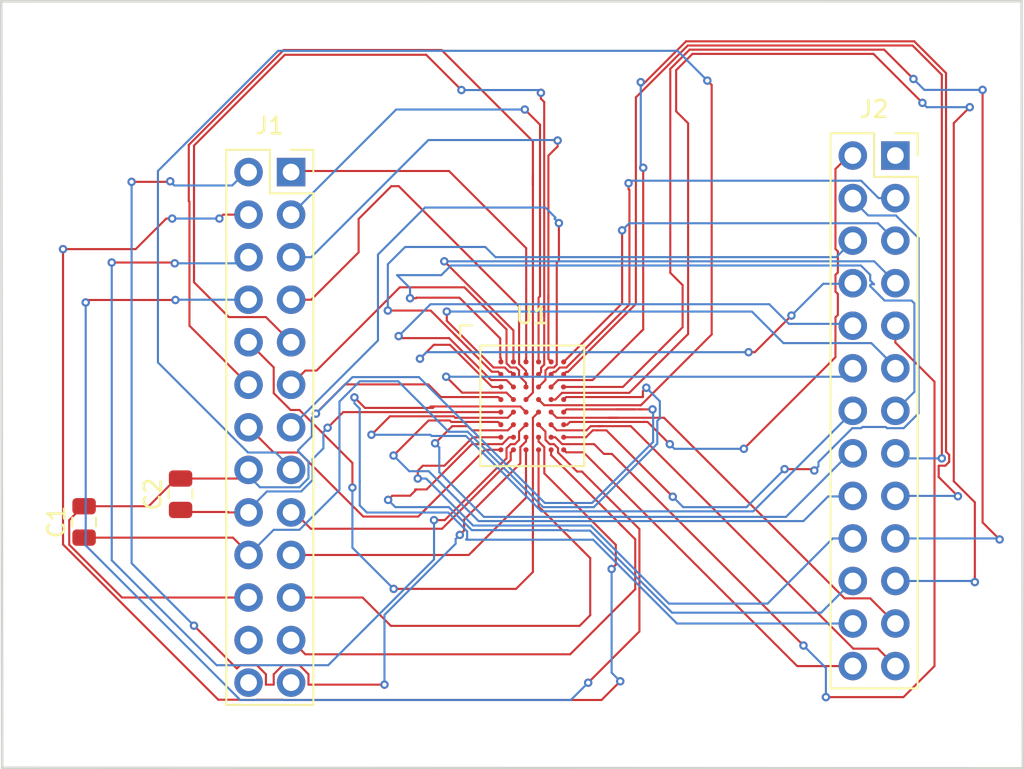
<source format=kicad_pcb>
(kicad_pcb (version 20171130) (host pcbnew 5.1.4+dfsg1-1)

  (general
    (thickness 1.6)
    (drawings 4)
    (tracks 716)
    (zones 0)
    (modules 5)
    (nets 52)
  )

  (page A4)
  (title_block
    (date "lun. 30 mars 2015")
  )

  (layers
    (0 F.Cu signal)
    (1 In1.Cu signal)
    (2 In2.Cu signal)
    (31 B.Cu signal)
    (35 F.Paste user)
    (36 B.SilkS user)
    (37 F.SilkS user)
    (38 B.Mask user)
    (39 F.Mask user)
    (40 Dwgs.User user)
    (44 Edge.Cuts user)
    (45 Margin user)
    (46 B.CrtYd user)
    (47 F.CrtYd user)
    (49 F.Fab user)
  )

  (setup
    (last_trace_width 0.125)
    (trace_clearance 0.125)
    (zone_clearance 0.508)
    (zone_45_only no)
    (trace_min 0.125)
    (via_size 0.5)
    (via_drill 0.25)
    (via_min_size 0.5)
    (via_min_drill 0.25)
    (uvia_size 0.3)
    (uvia_drill 0.1)
    (uvias_allowed no)
    (uvia_min_size 0.2)
    (uvia_min_drill 0.1)
    (edge_width 0.15)
    (segment_width 0.15)
    (pcb_text_width 0.3)
    (pcb_text_size 1.5 1.5)
    (mod_edge_width 0.15)
    (mod_text_size 1 1)
    (mod_text_width 0.15)
    (pad_size 4.064 4.064)
    (pad_drill 3.048)
    (pad_to_mask_clearance 0.05)
    (aux_axis_origin 110.998 126.365)
    (grid_origin 110.998 126.365)
    (visible_elements FFFFFF7F)
    (pcbplotparams
      (layerselection 0x010f0_ffffffff)
      (usegerberextensions false)
      (usegerberattributes false)
      (usegerberadvancedattributes false)
      (creategerberjobfile false)
      (excludeedgelayer true)
      (linewidth 0.100000)
      (plotframeref false)
      (viasonmask false)
      (mode 1)
      (useauxorigin false)
      (hpglpennumber 1)
      (hpglpenspeed 20)
      (hpglpendiameter 15.000000)
      (psnegative false)
      (psa4output false)
      (plotreference true)
      (plotvalue true)
      (plotinvisibletext false)
      (padsonsilk false)
      (subtractmaskfromsilk false)
      (outputformat 1)
      (mirror false)
      (drillshape 0)
      (scaleselection 1)
      (outputdirectory "../gerber/"))
  )

  (net 0 "")
  (net 1 +3V3)
  (net 2 GND)
  (net 3 3V3)
  (net 4 "Net-(J1-Pad26)")
  (net 5 "Net-(J1-Pad25)")
  (net 6 "Net-(J1-Pad24)")
  (net 7 A11)
  (net 8 A10)
  (net 9 A9)
  (net 10 A8)
  (net 11 A7)
  (net 12 A18)
  (net 13 A6)
  (net 14 A17)
  (net 15 A5)
  (net 16 A16)
  (net 17 A4)
  (net 18 A15)
  (net 19 A3)
  (net 20 A14)
  (net 21 A2)
  (net 22 A13)
  (net 23 A1)
  (net 24 A12)
  (net 25 A0)
  (net 26 IO6)
  (net 27 CS1#)
  (net 28 IO7)
  (net 29 CS2)
  (net 30 IO8)
  (net 31 OE#)
  (net 32 IO9)
  (net 33 WE#)
  (net 34 IO10)
  (net 35 UB#)
  (net 36 IO11)
  (net 37 LB#)
  (net 38 IO12)
  (net 39 IO0)
  (net 40 IO13)
  (net 41 IO1)
  (net 42 IO14)
  (net 43 IO2)
  (net 44 IO15)
  (net 45 IO3)
  (net 46 NC0)
  (net 47 IO4)
  (net 48 NC1)
  (net 49 IO5)
  (net 50 NC2)
  (net 51 "Net-(J2-Pad1)")

  (net_class Default "This is the default net class."
    (clearance 0.125)
    (trace_width 0.125)
    (via_dia 0.5)
    (via_drill 0.25)
    (uvia_dia 0.3)
    (uvia_drill 0.1)
    (add_net +3V3)
    (add_net 3V3)
    (add_net A0)
    (add_net A1)
    (add_net A10)
    (add_net A11)
    (add_net A12)
    (add_net A13)
    (add_net A14)
    (add_net A15)
    (add_net A16)
    (add_net A17)
    (add_net A18)
    (add_net A2)
    (add_net A3)
    (add_net A4)
    (add_net A5)
    (add_net A6)
    (add_net A7)
    (add_net A8)
    (add_net A9)
    (add_net CS1#)
    (add_net CS2)
    (add_net GND)
    (add_net IO0)
    (add_net IO1)
    (add_net IO10)
    (add_net IO11)
    (add_net IO12)
    (add_net IO13)
    (add_net IO14)
    (add_net IO15)
    (add_net IO2)
    (add_net IO3)
    (add_net IO4)
    (add_net IO5)
    (add_net IO6)
    (add_net IO7)
    (add_net IO8)
    (add_net IO9)
    (add_net LB#)
    (add_net NC0)
    (add_net NC1)
    (add_net NC2)
    (add_net "Net-(J1-Pad24)")
    (add_net "Net-(J1-Pad25)")
    (add_net "Net-(J1-Pad26)")
    (add_net "Net-(J2-Pad1)")
    (add_net OE#)
    (add_net UB#)
    (add_net WE#)
  )

  (module kifootp:BGA-48_6.0x8.0mm_Layout6x8_P0.75mm (layer F.Cu) (tedit 5D6AD986) (tstamp 5D6BB999)
    (at 140.10894 59.0169)
    (descr "BGA-48 - pitch 0.8 mm")
    (tags BGA-48)
    (path /5D6ABEC0)
    (attr smd)
    (fp_text reference U1 (at 0 -5.4 180) (layer F.SilkS)
      (effects (font (size 1 1) (thickness 0.15)))
    )
    (fp_text value IS66WV51216EBLL-70BLI (at 0 5.5 180) (layer F.Fab)
      (effects (font (size 1 1) (thickness 0.15)))
    )
    (fp_line (start 5 5.5) (end -5 5.5) (layer F.CrtYd) (width 0.05))
    (fp_line (start 4 5.5) (end 4 -5.5) (layer F.CrtYd) (width 0.05))
    (fp_line (start -4 -5.5) (end -4 5.5) (layer F.CrtYd) (width 0.05))
    (fp_line (start -5 -5.5) (end 5 -5.5) (layer F.CrtYd) (width 0.05))
    (fp_line (start -3 4.5) (end -3 -4) (layer F.Fab) (width 0.1))
    (fp_line (start 4 4.5) (end -4 4.5) (layer F.Fab) (width 0.1))
    (fp_line (start 3 -4.5) (end 3 4.5) (layer F.Fab) (width 0.1))
    (fp_line (start -3.08 -4.53) (end 4 -4.5) (layer F.Fab) (width 0.1))
    (fp_line (start -4 -4) (end -3.5 -4.5) (layer F.Fab) (width 0.1))
    (fp_line (start 3.1 3.6) (end -3.1 3.6) (layer F.SilkS) (width 0.12))
    (fp_line (start 3.1 -3.6) (end 3.1 3.6) (layer F.SilkS) (width 0.12))
    (fp_line (start -3.1 -3.6) (end 3.1 -3.6) (layer F.SilkS) (width 0.12))
    (fp_line (start -3.1 3.6) (end -3.1 -3.6) (layer F.SilkS) (width 0.12))
    (fp_line (start -4.3 -4.8) (end -3.6 -4.8) (layer F.SilkS) (width 0.12))
    (fp_line (start -4.3 -4.1) (end -4.3 -4.8) (layer F.SilkS) (width 0.12))
    (fp_text user %R (at -0.01 -7.37 180) (layer F.Fab)
      (effects (font (size 1 1) (thickness 0.15)))
    )
    (pad B2 smd circle (at -1.125 -1.875) (size 0.3 0.3) (layers F.Cu F.Paste F.Mask)
      (net 35 UB#))
    (pad B3 smd circle (at -0.375 -1.875) (size 0.3 0.3) (layers F.Cu F.Paste F.Mask)
      (net 19 A3))
    (pad B4 smd circle (at 0.375 -1.875) (size 0.3 0.3) (layers F.Cu F.Paste F.Mask)
      (net 17 A4))
    (pad B5 smd circle (at 1.125 -1.875) (size 0.3 0.3) (layers F.Cu F.Paste F.Mask)
      (net 27 CS1#))
    (pad C5 smd circle (at 1.125 -1.125) (size 0.3 0.3) (layers F.Cu F.Paste F.Mask)
      (net 41 IO1))
    (pad D5 smd circle (at 1.125 -0.375) (size 0.3 0.3) (layers F.Cu F.Paste F.Mask)
      (net 45 IO3))
    (pad E5 smd circle (at 1.125 0.375) (size 0.3 0.3) (layers F.Cu F.Paste F.Mask)
      (net 47 IO4))
    (pad F5 smd circle (at 1.125 1.125) (size 0.3 0.3) (layers F.Cu F.Paste F.Mask)
      (net 49 IO5))
    (pad G5 smd circle (at 1.125 1.875) (size 0.3 0.3) (layers F.Cu F.Paste F.Mask)
      (net 33 WE#))
    (pad G4 smd circle (at 0.375 1.875) (size 0.3 0.3) (layers F.Cu F.Paste F.Mask)
      (net 22 A13))
    (pad F4 smd circle (at 0.375 1.125) (size 0.3 0.3) (layers F.Cu F.Paste F.Mask)
      (net 18 A15))
    (pad F3 smd circle (at -0.375 1.125) (size 0.3 0.3) (layers F.Cu F.Paste F.Mask)
      (net 20 A14))
    (pad G3 smd circle (at -0.375 1.875) (size 0.3 0.3) (layers F.Cu F.Paste F.Mask)
      (net 24 A12))
    (pad G2 smd circle (at -1.125 1.875) (size 0.3 0.3) (layers F.Cu F.Paste F.Mask)
      (net 46 NC0))
    (pad F2 smd circle (at -1.125 1.125) (size 0.3 0.3) (layers F.Cu F.Paste F.Mask)
      (net 40 IO13))
    (pad E2 smd circle (at -1.125 0.375) (size 0.3 0.3) (layers F.Cu F.Paste F.Mask)
      (net 38 IO12))
    (pad D2 smd circle (at -1.125 -0.375) (size 0.3 0.3) (layers F.Cu F.Paste F.Mask)
      (net 36 IO11))
    (pad C2 smd circle (at -1.125 -1.125) (size 0.3 0.3) (layers F.Cu F.Paste F.Mask)
      (net 34 IO10))
    (pad C3 smd circle (at -0.375 -1.125) (size 0.3 0.3) (layers F.Cu F.Paste F.Mask)
      (net 15 A5))
    (pad C4 smd circle (at 0.375 -1.125) (size 0.3 0.3) (layers F.Cu F.Paste F.Mask)
      (net 13 A6))
    (pad D4 smd circle (at 0.375 -0.375) (size 0.3 0.3) (layers F.Cu F.Paste F.Mask)
      (net 11 A7))
    (pad E4 smd circle (at 0.375 0.375) (size 0.3 0.3) (layers F.Cu F.Paste F.Mask)
      (net 16 A16))
    (pad E3 smd circle (at -0.375 0.375) (size 0.3 0.3) (layers F.Cu F.Paste F.Mask)
      (net 48 NC1))
    (pad D3 smd circle (at -0.375 -0.375) (size 0.3 0.3) (layers F.Cu F.Paste F.Mask)
      (net 14 A17))
    (pad B6 smd circle (at 1.875 -1.875) (size 0.3 0.3) (layers F.Cu F.Paste F.Mask)
      (net 39 IO0))
    (pad C6 smd circle (at 1.865 -1.128572) (size 0.3 0.3) (layers F.Cu F.Paste F.Mask)
      (net 43 IO2))
    (pad D6 smd circle (at 1.875 -0.375) (size 0.3 0.3) (layers F.Cu F.Paste F.Mask)
      (net 1 +3V3))
    (pad E6 smd circle (at 1.875 0.375) (size 0.3 0.3) (layers F.Cu F.Paste F.Mask)
      (net 2 GND))
    (pad F6 smd circle (at 1.875 1.125) (size 0.3 0.3) (layers F.Cu F.Paste F.Mask)
      (net 26 IO6))
    (pad G6 smd circle (at 1.875 1.875) (size 0.3 0.3) (layers F.Cu F.Paste F.Mask)
      (net 28 IO7))
    (pad H6 smd circle (at 1.875 2.625) (size 0.3 0.3) (layers F.Cu F.Paste F.Mask)
      (net 50 NC2))
    (pad H5 smd circle (at 1.125 2.625) (size 0.3 0.3) (layers F.Cu F.Paste F.Mask)
      (net 7 A11))
    (pad H4 smd circle (at 0.375 2.625) (size 0.3 0.3) (layers F.Cu F.Paste F.Mask)
      (net 8 A10))
    (pad H3 smd circle (at -0.375 2.625) (size 0.3 0.3) (layers F.Cu F.Paste F.Mask)
      (net 9 A9))
    (pad H2 smd circle (at -1.125 2.625) (size 0.3 0.3) (layers F.Cu F.Paste F.Mask)
      (net 10 A8))
    (pad H1 smd circle (at -1.875 2.625) (size 0.3 0.3) (layers F.Cu F.Paste F.Mask)
      (net 12 A18))
    (pad G1 smd circle (at -1.875 1.875) (size 0.3 0.3) (layers F.Cu F.Paste F.Mask)
      (net 44 IO15))
    (pad F1 smd circle (at -1.875 1.125) (size 0.3 0.3) (layers F.Cu F.Paste F.Mask)
      (net 42 IO14))
    (pad E1 smd circle (at -1.875 0.375) (size 0.3 0.3) (layers F.Cu F.Paste F.Mask)
      (net 3 3V3))
    (pad D1 smd circle (at -1.875 -0.375) (size 0.3 0.3) (layers F.Cu F.Paste F.Mask)
      (net 2 GND))
    (pad C1 smd circle (at -1.875 -1.125) (size 0.3 0.3) (layers F.Cu F.Paste F.Mask)
      (net 32 IO9))
    (pad B1 smd circle (at -1.875 -1.875) (size 0.3 0.3) (layers F.Cu F.Paste F.Mask)
      (net 30 IO8))
    (pad A6 smd circle (at 1.875 -2.625) (size 0.3 0.3) (layers F.Cu F.Paste F.Mask)
      (net 29 CS2))
    (pad A5 smd circle (at 1.125 -2.625) (size 0.3 0.3) (layers F.Cu F.Paste F.Mask)
      (net 21 A2))
    (pad A4 smd circle (at 0.375 -2.625) (size 0.3 0.3) (layers F.Cu F.Paste F.Mask)
      (net 23 A1))
    (pad A3 smd circle (at -0.375 -2.625) (size 0.3 0.3) (layers F.Cu F.Paste F.Mask)
      (net 25 A0))
    (pad A2 smd circle (at -1.125 -2.625) (size 0.3 0.3) (layers F.Cu F.Paste F.Mask)
      (net 31 OE#))
    (pad A1 smd circle (at -1.875 -2.625) (size 0.3 0.3) (layers F.Cu F.Paste F.Mask)
      (net 37 LB#))
    (model ${KISYS3DMOD}/Package_BGA.3dshapes/BGA-48_8.0x9.0mm_Layout6x8_P0.8mm.wrl
      (at (xyz 0 0 0))
      (scale (xyz 1 1 1))
      (rotate (xyz 0 0 0))
    )
  )

  (module Connector_PinSocket_2.54mm:PinSocket_2x13_P2.54mm_Vertical (layer F.Cu) (tedit 5A19A430) (tstamp 5D6BB955)
    (at 161.78784 44.07408)
    (descr "Through hole straight socket strip, 2x13, 2.54mm pitch, double cols (from Kicad 4.0.7), script generated")
    (tags "Through hole socket strip THT 2x13 2.54mm double row")
    (path /5D6CE918)
    (fp_text reference J2 (at -1.27 -2.77) (layer F.SilkS)
      (effects (font (size 1 1) (thickness 0.15)))
    )
    (fp_text value Conn_02x13_Odd_Even (at -1.27 33.25) (layer F.Fab)
      (effects (font (size 1 1) (thickness 0.15)))
    )
    (fp_text user %R (at -1.27 15.24 90) (layer F.Fab)
      (effects (font (size 1 1) (thickness 0.15)))
    )
    (fp_line (start -4.34 32.25) (end -4.34 -1.8) (layer F.CrtYd) (width 0.05))
    (fp_line (start 1.76 32.25) (end -4.34 32.25) (layer F.CrtYd) (width 0.05))
    (fp_line (start 1.76 -1.8) (end 1.76 32.25) (layer F.CrtYd) (width 0.05))
    (fp_line (start -4.34 -1.8) (end 1.76 -1.8) (layer F.CrtYd) (width 0.05))
    (fp_line (start 0 -1.33) (end 1.33 -1.33) (layer F.SilkS) (width 0.12))
    (fp_line (start 1.33 -1.33) (end 1.33 0) (layer F.SilkS) (width 0.12))
    (fp_line (start -1.27 -1.33) (end -1.27 1.27) (layer F.SilkS) (width 0.12))
    (fp_line (start -1.27 1.27) (end 1.33 1.27) (layer F.SilkS) (width 0.12))
    (fp_line (start 1.33 1.27) (end 1.33 31.81) (layer F.SilkS) (width 0.12))
    (fp_line (start -3.87 31.81) (end 1.33 31.81) (layer F.SilkS) (width 0.12))
    (fp_line (start -3.87 -1.33) (end -3.87 31.81) (layer F.SilkS) (width 0.12))
    (fp_line (start -3.87 -1.33) (end -1.27 -1.33) (layer F.SilkS) (width 0.12))
    (fp_line (start -3.81 31.75) (end -3.81 -1.27) (layer F.Fab) (width 0.1))
    (fp_line (start 1.27 31.75) (end -3.81 31.75) (layer F.Fab) (width 0.1))
    (fp_line (start 1.27 -0.27) (end 1.27 31.75) (layer F.Fab) (width 0.1))
    (fp_line (start 0.27 -1.27) (end 1.27 -0.27) (layer F.Fab) (width 0.1))
    (fp_line (start -3.81 -1.27) (end 0.27 -1.27) (layer F.Fab) (width 0.1))
    (pad 26 thru_hole oval (at -2.54 30.48) (size 1.7 1.7) (drill 1) (layers *.Cu *.Mask)
      (net 50 NC2))
    (pad 25 thru_hole oval (at 0 30.48) (size 1.7 1.7) (drill 1) (layers *.Cu *.Mask)
      (net 49 IO5))
    (pad 24 thru_hole oval (at -2.54 27.94) (size 1.7 1.7) (drill 1) (layers *.Cu *.Mask)
      (net 48 NC1))
    (pad 23 thru_hole oval (at 0 27.94) (size 1.7 1.7) (drill 1) (layers *.Cu *.Mask)
      (net 47 IO4))
    (pad 22 thru_hole oval (at -2.54 25.4) (size 1.7 1.7) (drill 1) (layers *.Cu *.Mask)
      (net 46 NC0))
    (pad 21 thru_hole oval (at 0 25.4) (size 1.7 1.7) (drill 1) (layers *.Cu *.Mask)
      (net 45 IO3))
    (pad 20 thru_hole oval (at -2.54 22.86) (size 1.7 1.7) (drill 1) (layers *.Cu *.Mask)
      (net 44 IO15))
    (pad 19 thru_hole oval (at 0 22.86) (size 1.7 1.7) (drill 1) (layers *.Cu *.Mask)
      (net 43 IO2))
    (pad 18 thru_hole oval (at -2.54 20.32) (size 1.7 1.7) (drill 1) (layers *.Cu *.Mask)
      (net 42 IO14))
    (pad 17 thru_hole oval (at 0 20.32) (size 1.7 1.7) (drill 1) (layers *.Cu *.Mask)
      (net 41 IO1))
    (pad 16 thru_hole oval (at -2.54 17.78) (size 1.7 1.7) (drill 1) (layers *.Cu *.Mask)
      (net 40 IO13))
    (pad 15 thru_hole oval (at 0 17.78) (size 1.7 1.7) (drill 1) (layers *.Cu *.Mask)
      (net 39 IO0))
    (pad 14 thru_hole oval (at -2.54 15.24) (size 1.7 1.7) (drill 1) (layers *.Cu *.Mask)
      (net 38 IO12))
    (pad 13 thru_hole oval (at 0 15.24) (size 1.7 1.7) (drill 1) (layers *.Cu *.Mask)
      (net 37 LB#))
    (pad 12 thru_hole oval (at -2.54 12.7) (size 1.7 1.7) (drill 1) (layers *.Cu *.Mask)
      (net 36 IO11))
    (pad 11 thru_hole oval (at 0 12.7) (size 1.7 1.7) (drill 1) (layers *.Cu *.Mask)
      (net 35 UB#))
    (pad 10 thru_hole oval (at -2.54 10.16) (size 1.7 1.7) (drill 1) (layers *.Cu *.Mask)
      (net 34 IO10))
    (pad 9 thru_hole oval (at 0 10.16) (size 1.7 1.7) (drill 1) (layers *.Cu *.Mask)
      (net 33 WE#))
    (pad 8 thru_hole oval (at -2.54 7.62) (size 1.7 1.7) (drill 1) (layers *.Cu *.Mask)
      (net 32 IO9))
    (pad 7 thru_hole oval (at 0 7.62) (size 1.7 1.7) (drill 1) (layers *.Cu *.Mask)
      (net 31 OE#))
    (pad 6 thru_hole oval (at -2.54 5.08) (size 1.7 1.7) (drill 1) (layers *.Cu *.Mask)
      (net 30 IO8))
    (pad 5 thru_hole oval (at 0 5.08) (size 1.7 1.7) (drill 1) (layers *.Cu *.Mask)
      (net 29 CS2))
    (pad 4 thru_hole oval (at -2.54 2.54) (size 1.7 1.7) (drill 1) (layers *.Cu *.Mask)
      (net 28 IO7))
    (pad 3 thru_hole oval (at 0 2.54) (size 1.7 1.7) (drill 1) (layers *.Cu *.Mask)
      (net 27 CS1#))
    (pad 2 thru_hole oval (at -2.54 0) (size 1.7 1.7) (drill 1) (layers *.Cu *.Mask)
      (net 26 IO6))
    (pad 1 thru_hole rect (at 0 0) (size 1.7 1.7) (drill 1) (layers *.Cu *.Mask)
      (net 51 "Net-(J2-Pad1)"))
    (model ${KISYS3DMOD}/Connector_PinSocket_2.54mm.3dshapes/PinSocket_2x13_P2.54mm_Vertical.wrl
      (at (xyz 0 0 0))
      (scale (xyz 1 1 1))
      (rotate (xyz 0 0 0))
    )
  )

  (module Connector_PinSocket_2.54mm:PinSocket_2x13_P2.54mm_Vertical (layer F.Cu) (tedit 5A19A430) (tstamp 5D6BB925)
    (at 125.7095 45.06124)
    (descr "Through hole straight socket strip, 2x13, 2.54mm pitch, double cols (from Kicad 4.0.7), script generated")
    (tags "Through hole socket strip THT 2x13 2.54mm double row")
    (path /5D6EB6AA)
    (fp_text reference J1 (at -1.27 -2.77) (layer F.SilkS)
      (effects (font (size 1 1) (thickness 0.15)))
    )
    (fp_text value Conn_02x13_Odd_Even (at -1.27 33.25) (layer F.Fab)
      (effects (font (size 1 1) (thickness 0.15)))
    )
    (fp_text user %R (at -1.27 15.24 90) (layer F.Fab)
      (effects (font (size 1 1) (thickness 0.15)))
    )
    (fp_line (start -4.34 32.25) (end -4.34 -1.8) (layer F.CrtYd) (width 0.05))
    (fp_line (start 1.76 32.25) (end -4.34 32.25) (layer F.CrtYd) (width 0.05))
    (fp_line (start 1.76 -1.8) (end 1.76 32.25) (layer F.CrtYd) (width 0.05))
    (fp_line (start -4.34 -1.8) (end 1.76 -1.8) (layer F.CrtYd) (width 0.05))
    (fp_line (start 0 -1.33) (end 1.33 -1.33) (layer F.SilkS) (width 0.12))
    (fp_line (start 1.33 -1.33) (end 1.33 0) (layer F.SilkS) (width 0.12))
    (fp_line (start -1.27 -1.33) (end -1.27 1.27) (layer F.SilkS) (width 0.12))
    (fp_line (start -1.27 1.27) (end 1.33 1.27) (layer F.SilkS) (width 0.12))
    (fp_line (start 1.33 1.27) (end 1.33 31.81) (layer F.SilkS) (width 0.12))
    (fp_line (start -3.87 31.81) (end 1.33 31.81) (layer F.SilkS) (width 0.12))
    (fp_line (start -3.87 -1.33) (end -3.87 31.81) (layer F.SilkS) (width 0.12))
    (fp_line (start -3.87 -1.33) (end -1.27 -1.33) (layer F.SilkS) (width 0.12))
    (fp_line (start -3.81 31.75) (end -3.81 -1.27) (layer F.Fab) (width 0.1))
    (fp_line (start 1.27 31.75) (end -3.81 31.75) (layer F.Fab) (width 0.1))
    (fp_line (start 1.27 -0.27) (end 1.27 31.75) (layer F.Fab) (width 0.1))
    (fp_line (start 0.27 -1.27) (end 1.27 -0.27) (layer F.Fab) (width 0.1))
    (fp_line (start -3.81 -1.27) (end 0.27 -1.27) (layer F.Fab) (width 0.1))
    (pad 26 thru_hole oval (at -2.54 30.48) (size 1.7 1.7) (drill 1) (layers *.Cu *.Mask)
      (net 4 "Net-(J1-Pad26)"))
    (pad 25 thru_hole oval (at 0 30.48) (size 1.7 1.7) (drill 1) (layers *.Cu *.Mask)
      (net 5 "Net-(J1-Pad25)"))
    (pad 24 thru_hole oval (at -2.54 27.94) (size 1.7 1.7) (drill 1) (layers *.Cu *.Mask)
      (net 6 "Net-(J1-Pad24)"))
    (pad 23 thru_hole oval (at 0 27.94) (size 1.7 1.7) (drill 1) (layers *.Cu *.Mask)
      (net 7 A11))
    (pad 22 thru_hole oval (at -2.54 25.4) (size 1.7 1.7) (drill 1) (layers *.Cu *.Mask)
      (net 2 GND))
    (pad 21 thru_hole oval (at 0 25.4) (size 1.7 1.7) (drill 1) (layers *.Cu *.Mask)
      (net 8 A10))
    (pad 20 thru_hole oval (at -2.54 22.86) (size 1.7 1.7) (drill 1) (layers *.Cu *.Mask)
      (net 1 +3V3))
    (pad 19 thru_hole oval (at 0 22.86) (size 1.7 1.7) (drill 1) (layers *.Cu *.Mask)
      (net 9 A9))
    (pad 18 thru_hole oval (at -2.54 20.32) (size 1.7 1.7) (drill 1) (layers *.Cu *.Mask)
      (net 3 3V3))
    (pad 17 thru_hole oval (at 0 20.32) (size 1.7 1.7) (drill 1) (layers *.Cu *.Mask)
      (net 10 A8))
    (pad 16 thru_hole oval (at -2.54 17.78) (size 1.7 1.7) (drill 1) (layers *.Cu *.Mask)
      (net 2 GND))
    (pad 15 thru_hole oval (at 0 17.78) (size 1.7 1.7) (drill 1) (layers *.Cu *.Mask)
      (net 11 A7))
    (pad 14 thru_hole oval (at -2.54 15.24) (size 1.7 1.7) (drill 1) (layers *.Cu *.Mask)
      (net 12 A18))
    (pad 13 thru_hole oval (at 0 15.24) (size 1.7 1.7) (drill 1) (layers *.Cu *.Mask)
      (net 13 A6))
    (pad 12 thru_hole oval (at -2.54 12.7) (size 1.7 1.7) (drill 1) (layers *.Cu *.Mask)
      (net 14 A17))
    (pad 11 thru_hole oval (at 0 12.7) (size 1.7 1.7) (drill 1) (layers *.Cu *.Mask)
      (net 15 A5))
    (pad 10 thru_hole oval (at -2.54 10.16) (size 1.7 1.7) (drill 1) (layers *.Cu *.Mask)
      (net 16 A16))
    (pad 9 thru_hole oval (at 0 10.16) (size 1.7 1.7) (drill 1) (layers *.Cu *.Mask)
      (net 17 A4))
    (pad 8 thru_hole oval (at -2.54 7.62) (size 1.7 1.7) (drill 1) (layers *.Cu *.Mask)
      (net 18 A15))
    (pad 7 thru_hole oval (at 0 7.62) (size 1.7 1.7) (drill 1) (layers *.Cu *.Mask)
      (net 19 A3))
    (pad 6 thru_hole oval (at -2.54 5.08) (size 1.7 1.7) (drill 1) (layers *.Cu *.Mask)
      (net 20 A14))
    (pad 5 thru_hole oval (at 0 5.08) (size 1.7 1.7) (drill 1) (layers *.Cu *.Mask)
      (net 21 A2))
    (pad 4 thru_hole oval (at -2.54 2.54) (size 1.7 1.7) (drill 1) (layers *.Cu *.Mask)
      (net 22 A13))
    (pad 3 thru_hole oval (at 0 2.54) (size 1.7 1.7) (drill 1) (layers *.Cu *.Mask)
      (net 23 A1))
    (pad 2 thru_hole oval (at -2.54 0) (size 1.7 1.7) (drill 1) (layers *.Cu *.Mask)
      (net 24 A12))
    (pad 1 thru_hole rect (at 0 0) (size 1.7 1.7) (drill 1) (layers *.Cu *.Mask)
      (net 25 A0))
    (model ${KISYS3DMOD}/Connector_PinSocket_2.54mm.3dshapes/PinSocket_2x13_P2.54mm_Vertical.wrl
      (at (xyz 0 0 0))
      (scale (xyz 1 1 1))
      (rotate (xyz 0 0 0))
    )
  )

  (module Capacitor_SMD:C_0805_2012Metric (layer F.Cu) (tedit 5B36C52B) (tstamp 5D6BB8F5)
    (at 119.11076 64.29502 90)
    (descr "Capacitor SMD 0805 (2012 Metric), square (rectangular) end terminal, IPC_7351 nominal, (Body size source: https://docs.google.com/spreadsheets/d/1BsfQQcO9C6DZCsRaXUlFlo91Tg2WpOkGARC1WS5S8t0/edit?usp=sharing), generated with kicad-footprint-generator")
    (tags capacitor)
    (path /5D6B3B06)
    (attr smd)
    (fp_text reference C2 (at 0 -1.65 90) (layer F.SilkS)
      (effects (font (size 1 1) (thickness 0.15)))
    )
    (fp_text value C (at 0 1.65 90) (layer F.Fab)
      (effects (font (size 1 1) (thickness 0.15)))
    )
    (fp_text user %R (at 0 0 90) (layer F.Fab)
      (effects (font (size 0.5 0.5) (thickness 0.08)))
    )
    (fp_line (start 1.68 0.95) (end -1.68 0.95) (layer F.CrtYd) (width 0.05))
    (fp_line (start 1.68 -0.95) (end 1.68 0.95) (layer F.CrtYd) (width 0.05))
    (fp_line (start -1.68 -0.95) (end 1.68 -0.95) (layer F.CrtYd) (width 0.05))
    (fp_line (start -1.68 0.95) (end -1.68 -0.95) (layer F.CrtYd) (width 0.05))
    (fp_line (start -0.258578 0.71) (end 0.258578 0.71) (layer F.SilkS) (width 0.12))
    (fp_line (start -0.258578 -0.71) (end 0.258578 -0.71) (layer F.SilkS) (width 0.12))
    (fp_line (start 1 0.6) (end -1 0.6) (layer F.Fab) (width 0.1))
    (fp_line (start 1 -0.6) (end 1 0.6) (layer F.Fab) (width 0.1))
    (fp_line (start -1 -0.6) (end 1 -0.6) (layer F.Fab) (width 0.1))
    (fp_line (start -1 0.6) (end -1 -0.6) (layer F.Fab) (width 0.1))
    (pad 2 smd roundrect (at 0.9375 0 90) (size 0.975 1.4) (layers F.Cu F.Paste F.Mask) (roundrect_rratio 0.25)
      (net 2 GND))
    (pad 1 smd roundrect (at -0.9375 0 90) (size 0.975 1.4) (layers F.Cu F.Paste F.Mask) (roundrect_rratio 0.25)
      (net 3 3V3))
    (model ${KISYS3DMOD}/Capacitor_SMD.3dshapes/C_0805_2012Metric.wrl
      (at (xyz 0 0 0))
      (scale (xyz 1 1 1))
      (rotate (xyz 0 0 0))
    )
  )

  (module Capacitor_SMD:C_0805_2012Metric (layer F.Cu) (tedit 5B36C52B) (tstamp 5D6BB8E4)
    (at 113.35004 65.94856 90)
    (descr "Capacitor SMD 0805 (2012 Metric), square (rectangular) end terminal, IPC_7351 nominal, (Body size source: https://docs.google.com/spreadsheets/d/1BsfQQcO9C6DZCsRaXUlFlo91Tg2WpOkGARC1WS5S8t0/edit?usp=sharing), generated with kicad-footprint-generator")
    (tags capacitor)
    (path /5D6B318A)
    (attr smd)
    (fp_text reference C1 (at 0 -1.65 90) (layer F.SilkS)
      (effects (font (size 1 1) (thickness 0.15)))
    )
    (fp_text value C (at 0 1.65 90) (layer F.Fab)
      (effects (font (size 1 1) (thickness 0.15)))
    )
    (fp_text user %R (at 0 0 90) (layer F.Fab)
      (effects (font (size 0.5 0.5) (thickness 0.08)))
    )
    (fp_line (start 1.68 0.95) (end -1.68 0.95) (layer F.CrtYd) (width 0.05))
    (fp_line (start 1.68 -0.95) (end 1.68 0.95) (layer F.CrtYd) (width 0.05))
    (fp_line (start -1.68 -0.95) (end 1.68 -0.95) (layer F.CrtYd) (width 0.05))
    (fp_line (start -1.68 0.95) (end -1.68 -0.95) (layer F.CrtYd) (width 0.05))
    (fp_line (start -0.258578 0.71) (end 0.258578 0.71) (layer F.SilkS) (width 0.12))
    (fp_line (start -0.258578 -0.71) (end 0.258578 -0.71) (layer F.SilkS) (width 0.12))
    (fp_line (start 1 0.6) (end -1 0.6) (layer F.Fab) (width 0.1))
    (fp_line (start 1 -0.6) (end 1 0.6) (layer F.Fab) (width 0.1))
    (fp_line (start -1 -0.6) (end 1 -0.6) (layer F.Fab) (width 0.1))
    (fp_line (start -1 0.6) (end -1 -0.6) (layer F.Fab) (width 0.1))
    (pad 2 smd roundrect (at 0.9375 0 90) (size 0.975 1.4) (layers F.Cu F.Paste F.Mask) (roundrect_rratio 0.25)
      (net 2 GND))
    (pad 1 smd roundrect (at -0.9375 0 90) (size 0.975 1.4) (layers F.Cu F.Paste F.Mask) (roundrect_rratio 0.25)
      (net 1 +3V3))
    (model ${KISYS3DMOD}/Capacitor_SMD.3dshapes/C_0805_2012Metric.wrl
      (at (xyz 0 0 0))
      (scale (xyz 1 1 1))
      (rotate (xyz 0 0 0))
    )
  )

  (gr_line (start 169.32148 34.8615) (end 108.40466 34.86658) (layer Edge.Cuts) (width 0.15))
  (gr_line (start 169.40022 80.6577) (end 169.32148 34.8615) (layer Edge.Cuts) (width 0.15))
  (gr_line (start 108.46054 80.62722) (end 169.40022 80.6577) (layer Edge.Cuts) (width 0.15))
  (gr_line (start 108.40466 34.86658) (end 108.46054 80.62722) (layer Edge.Cuts) (width 0.15))

  (segment (start 142.133939 58.491901) (end 146.714699 58.491901) (width 0.125) (layer F.Cu) (net 1))
  (segment (start 141.98394 58.6419) (end 142.133939 58.491901) (width 0.125) (layer F.Cu) (net 1))
  (segment (start 113.35004 66.88606) (end 122.2352 66.88606) (width 0.125) (layer F.Cu) (net 1))
  (segment (start 122.2352 66.88606) (end 123.1392 67.79006) (width 0.125) (layer F.Cu) (net 1))
  (segment (start 126.207501 66.418741) (end 128.59766 64.028582) (width 0.125) (layer B.Cu) (net 1))
  (segment (start 123.1695 67.92124) (end 124.671999 66.418741) (width 0.125) (layer B.Cu) (net 1))
  (segment (start 124.671999 66.418741) (end 126.207501 66.418741) (width 0.125) (layer B.Cu) (net 1))
  (segment (start 128.59766 58.760558) (end 129.806898 57.55132) (width 0.125) (layer B.Cu) (net 1))
  (segment (start 128.59766 64.028582) (end 128.59766 58.760558) (width 0.125) (layer B.Cu) (net 1))
  (segment (start 129.806898 57.55132) (end 132.1054 57.55132) (width 0.125) (layer B.Cu) (net 1))
  (segment (start 136.252016 60.564589) (end 138.86434 63.176914) (width 0.125) (layer B.Cu) (net 1))
  (segment (start 132.1054 57.55132) (end 135.118669 60.564589) (width 0.125) (layer B.Cu) (net 1))
  (segment (start 135.118669 60.564589) (end 136.252016 60.564589) (width 0.125) (layer B.Cu) (net 1))
  (segment (start 138.86434 63.176914) (end 140.753516 65.06609) (width 0.125) (layer B.Cu) (net 1))
  (segment (start 147.574 61.27496) (end 143.78287 65.06609) (width 0.125) (layer B.Cu) (net 1))
  (segment (start 147.574 59.91606) (end 147.574 61.27496) (width 0.125) (layer B.Cu) (net 1))
  (segment (start 143.78287 65.06609) (end 143.26725 65.06609) (width 0.125) (layer B.Cu) (net 1))
  (segment (start 140.753516 65.06609) (end 143.26725 65.06609) (width 0.125) (layer B.Cu) (net 1))
  (segment (start 143.26725 65.06609) (end 143.43235 65.06609) (width 0.125) (layer B.Cu) (net 1))
  (via (at 146.91868 57.93486) (size 0.5) (drill 0.25) (layers F.Cu B.Cu) (net 1))
  (segment (start 146.714699 58.491901) (end 146.714699 58.138841) (width 0.125) (layer F.Cu) (net 1))
  (segment (start 146.714699 58.138841) (end 146.91868 57.93486) (width 0.125) (layer F.Cu) (net 1))
  (segment (start 147.725877 59.764183) (end 147.574 59.91606) (width 0.125) (layer B.Cu) (net 1))
  (segment (start 147.725877 58.742057) (end 147.725877 59.764183) (width 0.125) (layer B.Cu) (net 1))
  (segment (start 146.91868 57.93486) (end 147.725877 58.742057) (width 0.125) (layer B.Cu) (net 1))
  (segment (start 138.083941 58.491901) (end 134.656341 58.491901) (width 0.125) (layer F.Cu) (net 2))
  (segment (start 138.23394 58.6419) (end 138.083941 58.491901) (width 0.125) (layer F.Cu) (net 2))
  (segment (start 134.656341 58.491901) (end 133.90118 57.73674) (width 0.125) (layer F.Cu) (net 2))
  (segment (start 141.98394 59.3919) (end 142.146429 59.229411) (width 0.125) (layer F.Cu) (net 2))
  (segment (start 142.146429 59.229411) (end 145.108509 59.229411) (width 0.125) (layer F.Cu) (net 2))
  (segment (start 113.35004 65.01106) (end 117.206 65.01106) (width 0.125) (layer F.Cu) (net 2))
  (segment (start 117.206 65.01106) (end 119.2403 62.97676) (width 0.125) (layer F.Cu) (net 2))
  (segment (start 145.108509 59.229411) (end 146.21002 59.229411) (width 0.125) (layer F.Cu) (net 2))
  (segment (start 112.46253 67.308444) (end 112.46253 65.83531) (width 0.125) (layer F.Cu) (net 2))
  (segment (start 123.1695 70.46124) (end 115.615326 70.46124) (width 0.125) (layer F.Cu) (net 2))
  (segment (start 115.615326 70.46124) (end 112.46253 67.308444) (width 0.125) (layer F.Cu) (net 2))
  (segment (start 112.46253 65.83531) (end 113.40338 64.89446) (width 0.125) (layer F.Cu) (net 2))
  (segment (start 133.90118 57.73674) (end 128.92278 57.73674) (width 0.125) (layer F.Cu) (net 2))
  (segment (start 128.92278 57.73674) (end 127.19558 59.46394) (width 0.125) (layer F.Cu) (net 2))
  (via (at 127.19558 59.48172) (size 0.5) (drill 0.25) (layers F.Cu B.Cu) (net 2))
  (segment (start 127.19558 59.46394) (end 127.19558 59.48172) (width 0.125) (layer F.Cu) (net 2))
  (segment (start 126.747001 62.343239) (end 126.747001 63.339241) (width 0.125) (layer B.Cu) (net 2))
  (segment (start 126.747001 63.339241) (end 126.207501 63.878741) (width 0.125) (layer B.Cu) (net 2))
  (segment (start 126.945581 60.841699) (end 126.13386 61.65342) (width 0.125) (layer B.Cu) (net 2))
  (segment (start 127.19558 59.48172) (end 126.945581 59.731719) (width 0.125) (layer B.Cu) (net 2))
  (segment (start 126.13386 61.730098) (end 126.747001 62.343239) (width 0.125) (layer B.Cu) (net 2))
  (segment (start 126.207501 63.878741) (end 123.853221 63.878741) (width 0.125) (layer B.Cu) (net 2))
  (segment (start 126.945581 59.731719) (end 126.945581 60.841699) (width 0.125) (layer B.Cu) (net 2))
  (segment (start 126.13386 61.65342) (end 126.13386 61.730098) (width 0.125) (layer B.Cu) (net 2))
  (segment (start 123.853221 63.878741) (end 122.90298 62.9285) (width 0.125) (layer B.Cu) (net 2))
  (segment (start 146.700258 59.229411) (end 146.493651 59.229411) (width 0.125) (layer F.Cu) (net 2))
  (segment (start 147.288376 59.229411) (end 147.288376 59.229411) (width 0.125) (layer F.Cu) (net 2))
  (segment (start 146.493651 59.229411) (end 145.108509 59.229411) (width 0.125) (layer F.Cu) (net 2))
  (segment (start 147.288376 59.229411) (end 146.493651 59.229411) (width 0.125) (layer F.Cu) (net 2) (tstamp 5D6BC8C6))
  (via (at 147.288376 59.229411) (size 0.5) (drill 0.25) (layers F.Cu B.Cu) (net 2))
  (segment (start 147.32399 59.265025) (end 147.288376 59.229411) (width 0.125) (layer B.Cu) (net 2))
  (segment (start 129.37599 57.30131) (end 133.342302 57.30131) (width 0.125) (layer B.Cu) (net 2))
  (segment (start 140.857072 64.81608) (end 143.679314 64.81608) (width 0.125) (layer B.Cu) (net 2))
  (segment (start 127.19558 59.48172) (end 129.37599 57.30131) (width 0.125) (layer B.Cu) (net 2))
  (segment (start 133.342302 57.30131) (end 140.857072 64.81608) (width 0.125) (layer B.Cu) (net 2))
  (segment (start 147.32399 61.171404) (end 147.32399 59.265025) (width 0.125) (layer B.Cu) (net 2))
  (segment (start 143.679314 64.81608) (end 147.32399 61.171404) (width 0.125) (layer B.Cu) (net 2))
  (segment (start 119.11076 63.35752) (end 122.65176 63.35752) (width 0.125) (layer F.Cu) (net 2))
  (segment (start 122.65176 63.35752) (end 123.23318 62.7761) (width 0.125) (layer F.Cu) (net 2))
  (segment (start 138.23394 59.3919) (end 134.40318 59.3919) (width 0.125) (layer F.Cu) (net 3))
  (segment (start 121.967419 65.38124) (end 121.940379 65.3542) (width 0.125) (layer F.Cu) (net 3))
  (segment (start 123.1695 65.38124) (end 121.967419 65.38124) (width 0.125) (layer F.Cu) (net 3))
  (segment (start 121.940379 65.3542) (end 119.09806 65.3542) (width 0.125) (layer F.Cu) (net 3))
  (segment (start 119.09806 65.3542) (end 119.15648 65.3542) (width 0.125) (layer F.Cu) (net 3))
  (via (at 127.888241 60.325759) (size 0.5) (drill 0.25) (layers F.Cu B.Cu) (net 3))
  (segment (start 134.40318 59.3919) (end 128.8221 59.3919) (width 0.125) (layer F.Cu) (net 3))
  (segment (start 128.8221 59.3919) (end 127.888241 60.325759) (width 0.125) (layer F.Cu) (net 3))
  (segment (start 126.311058 64.128751) (end 124.265589 64.128751) (width 0.125) (layer B.Cu) (net 3))
  (segment (start 127.638242 60.575758) (end 127.638242 61.553658) (width 0.125) (layer B.Cu) (net 3))
  (segment (start 126.997011 62.194889) (end 126.997011 63.442798) (width 0.125) (layer B.Cu) (net 3))
  (segment (start 127.888241 60.325759) (end 127.638242 60.575758) (width 0.125) (layer B.Cu) (net 3))
  (segment (start 127.638242 61.553658) (end 126.997011 62.194889) (width 0.125) (layer B.Cu) (net 3))
  (segment (start 126.997011 63.442798) (end 126.311058 64.128751) (width 0.125) (layer B.Cu) (net 3))
  (segment (start 124.265589 64.128751) (end 123.01728 65.37706) (width 0.125) (layer B.Cu) (net 3))
  (segment (start 141.23394 61.6419) (end 141.23394 61.96054) (width 0.125) (layer F.Cu) (net 7))
  (segment (start 126.559499 73.851239) (end 142.371341 73.851239) (width 0.125) (layer F.Cu) (net 7))
  (segment (start 125.7095 73.00124) (end 126.559499 73.851239) (width 0.125) (layer F.Cu) (net 7))
  (segment (start 142.371341 73.851239) (end 146.25574 69.96684) (width 0.125) (layer F.Cu) (net 7))
  (segment (start 146.25574 66.98234) (end 145.37944 66.10604) (width 0.125) (layer F.Cu) (net 7))
  (segment (start 146.25574 69.96684) (end 146.25574 66.98234) (width 0.125) (layer F.Cu) (net 7))
  (segment (start 141.23394 61.96054) (end 145.37944 66.10604) (width 0.125) (layer F.Cu) (net 7))
  (segment (start 145.37944 66.10604) (end 145.48866 66.21526) (width 0.125) (layer F.Cu) (net 7))
  (segment (start 140.48394 61.6419) (end 140.48394 65.02308) (width 0.125) (layer F.Cu) (net 8))
  (segment (start 125.7095 70.46124) (end 129.97598 70.46124) (width 0.125) (layer F.Cu) (net 8))
  (segment (start 129.97598 70.46124) (end 131.66852 72.15378) (width 0.125) (layer F.Cu) (net 8))
  (segment (start 131.66852 72.15378) (end 142.93342 72.15378) (width 0.125) (layer F.Cu) (net 8))
  (segment (start 142.93342 72.15378) (end 143.56842 71.51878) (width 0.125) (layer F.Cu) (net 8))
  (segment (start 143.56842 68.10756) (end 143.07566 67.6148) (width 0.125) (layer F.Cu) (net 8))
  (segment (start 143.56842 71.51878) (end 143.56842 68.10756) (width 0.125) (layer F.Cu) (net 8))
  (segment (start 140.48394 65.02308) (end 143.07566 67.6148) (width 0.125) (layer F.Cu) (net 8))
  (segment (start 143.07566 67.6148) (end 143.12392 67.66306) (width 0.125) (layer F.Cu) (net 8))
  (segment (start 139.73394 61.6419) (end 139.73394 64.50746) (width 0.125) (layer F.Cu) (net 9))
  (segment (start 136.32016 67.92124) (end 136.66597 67.57543) (width 0.125) (layer F.Cu) (net 9))
  (segment (start 125.7095 67.92124) (end 136.32016 67.92124) (width 0.125) (layer F.Cu) (net 9))
  (segment (start 139.73394 64.50746) (end 136.66597 67.57543) (width 0.125) (layer F.Cu) (net 9))
  (segment (start 136.66597 67.57543) (end 136.51738 67.72402) (width 0.125) (layer F.Cu) (net 9))
  (segment (start 138.821451 61.804389) (end 138.821451 62.257649) (width 0.125) (layer F.Cu) (net 10))
  (segment (start 138.98394 61.6419) (end 138.821451 61.804389) (width 0.125) (layer F.Cu) (net 10))
  (segment (start 134.72414 66.35496) (end 126.88824 66.35496) (width 0.125) (layer F.Cu) (net 10))
  (segment (start 135.34898 65.73012) (end 134.72414 66.35496) (width 0.125) (layer F.Cu) (net 10))
  (segment (start 135.34898 65.73012) (end 135.29818 65.78092) (width 0.125) (layer F.Cu) (net 10))
  (segment (start 138.821451 62.257649) (end 135.34898 65.73012) (width 0.125) (layer F.Cu) (net 10))
  (segment (start 126.88824 66.35496) (end 125.94336 65.41008) (width 0.125) (layer F.Cu) (net 10))
  (segment (start 140.821441 58.979401) (end 146.596701 58.979401) (width 0.125) (layer F.Cu) (net 11))
  (segment (start 140.48394 58.6419) (end 140.821441 58.979401) (width 0.125) (layer F.Cu) (net 11))
  (segment (start 150.82012 54.740047) (end 150.82012 53.17744) (width 0.125) (layer F.Cu) (net 11))
  (segment (start 146.596701 58.979401) (end 150.82012 54.755982) (width 0.125) (layer F.Cu) (net 11))
  (segment (start 150.82012 54.755982) (end 150.82012 54.740047) (width 0.125) (layer F.Cu) (net 11))
  (segment (start 150.82012 53.17744) (end 150.82012 39.85768) (width 0.125) (layer F.Cu) (net 11))
  (via (at 150.56104 39.5986) (size 0.5) (drill 0.25) (layers F.Cu B.Cu) (net 11))
  (segment (start 150.82012 39.85768) (end 150.56104 39.5986) (width 0.125) (layer F.Cu) (net 11))
  (segment (start 150.56104 39.5986) (end 148.78304 37.8206) (width 0.125) (layer B.Cu) (net 11))
  (segment (start 148.78304 37.8206) (end 124.93498 37.8206) (width 0.125) (layer B.Cu) (net 11))
  (segment (start 124.93498 37.8206) (end 117.75948 44.9961) (width 0.125) (layer B.Cu) (net 11))
  (segment (start 123.136497 61.803739) (end 124.785579 61.803739) (width 0.125) (layer B.Cu) (net 11))
  (segment (start 117.75948 44.9961) (end 117.75948 56.426722) (width 0.125) (layer B.Cu) (net 11))
  (segment (start 117.75948 56.426722) (end 123.136497 61.803739) (width 0.125) (layer B.Cu) (net 11))
  (segment (start 124.785579 61.803739) (end 125.92812 62.94628) (width 0.125) (layer B.Cu) (net 11))
  (segment (start 138.23394 61.6419) (end 137.28582 61.6419) (width 0.125) (layer F.Cu) (net 12))
  (segment (start 124.671999 61.803739) (end 126.195279 61.803739) (width 0.125) (layer F.Cu) (net 12))
  (segment (start 123.1695 60.30124) (end 124.671999 61.803739) (width 0.125) (layer F.Cu) (net 12))
  (segment (start 126.195279 61.803739) (end 130.02006 65.62852) (width 0.125) (layer F.Cu) (net 12))
  (segment (start 133.2992 65.62852) (end 133.77164 65.15608) (width 0.125) (layer F.Cu) (net 12))
  (segment (start 130.02006 65.62852) (end 133.2992 65.62852) (width 0.125) (layer F.Cu) (net 12))
  (segment (start 137.28582 61.6419) (end 133.77164 65.15608) (width 0.125) (layer F.Cu) (net 12))
  (segment (start 133.77164 65.15608) (end 133.58368 65.34404) (width 0.125) (layer F.Cu) (net 12))
  (via (at 141.69898 48.10506) (size 0.5) (drill 0.25) (layers F.Cu B.Cu) (net 13))
  (segment (start 141.69898 50.344262) (end 141.69898 48.10506) (width 0.125) (layer F.Cu) (net 13))
  (segment (start 141.571441 50.471801) (end 141.69898 50.344262) (width 0.125) (layer F.Cu) (net 13))
  (segment (start 141.571441 56.553901) (end 141.571441 50.471801) (width 0.125) (layer F.Cu) (net 13))
  (segment (start 140.896439 57.479401) (end 140.896439 56.904901) (width 0.125) (layer F.Cu) (net 13))
  (segment (start 140.48394 57.8919) (end 140.896439 57.479401) (width 0.125) (layer F.Cu) (net 13))
  (segment (start 140.896439 56.904901) (end 141.071939 56.729401) (width 0.125) (layer F.Cu) (net 13))
  (segment (start 141.071939 56.729401) (end 141.395941 56.729401) (width 0.125) (layer F.Cu) (net 13))
  (segment (start 141.395941 56.729401) (end 141.571441 56.553901) (width 0.125) (layer F.Cu) (net 13))
  (segment (start 125.7095 60.30124) (end 130.89636 55.11438) (width 0.125) (layer B.Cu) (net 13))
  (segment (start 141.49578 47.77994) (end 141.448981 47.826739) (width 0.125) (layer B.Cu) (net 13))
  (segment (start 133.7056 47.17796) (end 140.8938 47.17796) (width 0.125) (layer B.Cu) (net 13))
  (segment (start 140.8938 47.17796) (end 141.49578 47.77994) (width 0.125) (layer B.Cu) (net 13))
  (segment (start 130.89636 49.9872) (end 133.7056 47.17796) (width 0.125) (layer B.Cu) (net 13))
  (segment (start 130.89636 55.11438) (end 130.89636 49.9872) (width 0.125) (layer B.Cu) (net 13))
  (segment (start 141.448981 47.855061) (end 141.69898 48.10506) (width 0.125) (layer B.Cu) (net 13))
  (segment (start 141.448981 47.826739) (end 141.448981 47.855061) (width 0.125) (layer B.Cu) (net 13))
  (segment (start 139.73394 58.6419) (end 140.146439 58.229401) (width 0.125) (layer F.Cu) (net 14))
  (segment (start 119.64162 54.23336) (end 119.64162 46.8376) (width 0.125) (layer F.Cu) (net 14))
  (segment (start 123.1695 57.76124) (end 119.64162 54.23336) (width 0.125) (layer F.Cu) (net 14))
  (segment (start 119.64162 46.8376) (end 119.60098 46.79696) (width 0.125) (layer F.Cu) (net 14))
  (segment (start 119.60098 46.79696) (end 119.60098 43.43908) (width 0.125) (layer F.Cu) (net 14))
  (segment (start 119.60098 43.43908) (end 125.26772 37.77234) (width 0.125) (layer F.Cu) (net 14))
  (segment (start 125.26772 37.77234) (end 134.6962 37.77234) (width 0.125) (layer F.Cu) (net 14))
  (segment (start 140.146439 43.222579) (end 140.146439 45.836239) (width 0.125) (layer F.Cu) (net 14))
  (segment (start 134.6962 37.77234) (end 140.146439 43.222579) (width 0.125) (layer F.Cu) (net 14))
  (segment (start 140.146439 58.229401) (end 140.146439 45.836239) (width 0.125) (layer F.Cu) (net 14))
  (segment (start 140.146439 45.836239) (end 140.146439 45.262199) (width 0.125) (layer F.Cu) (net 14))
  (segment (start 138.571441 56.478903) (end 138.571441 54.457307) (width 0.125) (layer F.Cu) (net 15))
  (segment (start 138.821939 56.729401) (end 138.571441 56.478903) (width 0.125) (layer F.Cu) (net 15))
  (segment (start 139.73394 57.641402) (end 139.321441 57.228903) (width 0.125) (layer F.Cu) (net 15))
  (segment (start 139.321441 57.228903) (end 139.321441 56.904901) (width 0.125) (layer F.Cu) (net 15))
  (segment (start 139.73394 57.8919) (end 139.73394 57.641402) (width 0.125) (layer F.Cu) (net 15))
  (segment (start 139.321441 56.904901) (end 139.145941 56.729401) (width 0.125) (layer F.Cu) (net 15))
  (segment (start 139.145941 56.729401) (end 138.821939 56.729401) (width 0.125) (layer F.Cu) (net 15))
  (segment (start 126.559499 56.911241) (end 127.228599 56.911241) (width 0.125) (layer F.Cu) (net 15))
  (segment (start 125.7095 57.76124) (end 126.559499 56.911241) (width 0.125) (layer F.Cu) (net 15))
  (segment (start 127.228599 56.911241) (end 132.19938 51.94046) (width 0.125) (layer F.Cu) (net 15))
  (segment (start 136.054594 51.94046) (end 137.087357 52.973223) (width 0.125) (layer F.Cu) (net 15))
  (segment (start 138.571441 54.457307) (end 137.087357 52.973223) (width 0.125) (layer F.Cu) (net 15))
  (segment (start 132.19938 51.94046) (end 136.054594 51.94046) (width 0.125) (layer F.Cu) (net 15))
  (segment (start 137.087357 52.973223) (end 136.951467 52.837333) (width 0.125) (layer F.Cu) (net 15))
  (segment (start 140.48394 59.3919) (end 140.146439 59.729401) (width 0.125) (layer F.Cu) (net 16))
  (segment (start 126.207501 59.263739) (end 129.36982 62.426058) (width 0.125) (layer F.Cu) (net 16))
  (segment (start 125.676497 59.263739) (end 126.207501 59.263739) (width 0.125) (layer F.Cu) (net 16))
  (segment (start 124.671999 58.259241) (end 125.676497 59.263739) (width 0.125) (layer F.Cu) (net 16))
  (segment (start 123.1695 55.22124) (end 124.671999 56.723739) (width 0.125) (layer F.Cu) (net 16))
  (segment (start 124.671999 56.723739) (end 124.671999 58.259241) (width 0.125) (layer F.Cu) (net 16))
  (via (at 129.36982 63.89878) (size 0.5) (drill 0.25) (layers F.Cu B.Cu) (net 16))
  (segment (start 129.36982 62.426058) (end 129.36982 63.89878) (width 0.125) (layer F.Cu) (net 16))
  (via (at 131.83362 69.94652) (size 0.5) (drill 0.25) (layers F.Cu B.Cu) (net 16))
  (segment (start 129.36982 63.89878) (end 129.36982 67.48272) (width 0.125) (layer B.Cu) (net 16))
  (segment (start 129.36982 67.48272) (end 131.83362 69.94652) (width 0.125) (layer B.Cu) (net 16))
  (segment (start 131.83362 69.94652) (end 139.13866 69.94652) (width 0.125) (layer F.Cu) (net 16))
  (segment (start 139.13866 69.94652) (end 140.146439 68.938741) (width 0.125) (layer F.Cu) (net 16))
  (segment (start 140.146439 68.938741) (end 140.146439 67.113819) (width 0.125) (layer F.Cu) (net 16))
  (segment (start 140.146439 59.729401) (end 140.146439 67.113819) (width 0.125) (layer F.Cu) (net 16))
  (segment (start 140.146439 67.113819) (end 140.146439 67.289079) (width 0.125) (layer F.Cu) (net 16))
  (segment (start 140.821441 53.148261) (end 140.78204 53.10886) (width 0.125) (layer F.Cu) (net 17))
  (segment (start 140.633939 56.741403) (end 140.821441 56.553901) (width 0.125) (layer F.Cu) (net 17))
  (segment (start 140.48394 57.1419) (end 140.633939 56.991901) (width 0.125) (layer F.Cu) (net 17))
  (segment (start 140.633939 56.991901) (end 140.633939 56.741403) (width 0.125) (layer F.Cu) (net 17))
  (segment (start 124.207001 53.718741) (end 121.993941 53.718741) (width 0.125) (layer F.Cu) (net 17))
  (segment (start 125.7095 55.22124) (end 124.207001 53.718741) (width 0.125) (layer F.Cu) (net 17))
  (segment (start 121.993941 53.718741) (end 119.9134 51.6382) (width 0.125) (layer F.Cu) (net 17))
  (segment (start 119.9134 51.6382) (end 119.9134 43.480226) (width 0.125) (layer F.Cu) (net 17))
  (segment (start 119.9134 43.480226) (end 125.336806 38.05682) (width 0.125) (layer F.Cu) (net 17))
  (segment (start 125.336806 38.05682) (end 133.77418 38.05682) (width 0.125) (layer F.Cu) (net 17))
  (via (at 135.87984 40.16248) (size 0.5) (drill 0.25) (layers F.Cu B.Cu) (net 17))
  (segment (start 133.77418 38.05682) (end 135.87984 40.16248) (width 0.125) (layer F.Cu) (net 17))
  (via (at 140.62456 40.32758) (size 0.5) (drill 0.25) (layers F.Cu B.Cu) (net 17))
  (segment (start 135.87984 40.16248) (end 140.45946 40.16248) (width 0.125) (layer B.Cu) (net 17))
  (segment (start 140.45946 40.16248) (end 140.62456 40.32758) (width 0.125) (layer B.Cu) (net 17))
  (segment (start 140.62456 40.681133) (end 140.821441 40.878014) (width 0.125) (layer F.Cu) (net 17))
  (segment (start 140.62456 40.32758) (end 140.62456 40.681133) (width 0.125) (layer F.Cu) (net 17))
  (segment (start 140.821441 40.878014) (end 140.821441 53.646101) (width 0.125) (layer F.Cu) (net 17))
  (segment (start 140.821441 56.553901) (end 140.821441 53.646101) (width 0.125) (layer F.Cu) (net 17))
  (segment (start 140.821441 53.646101) (end 140.821441 53.148261) (width 0.125) (layer F.Cu) (net 17))
  (segment (start 141.646439 61.544999) (end 141.646439 61.803901) (width 0.125) (layer F.Cu) (net 18))
  (segment (start 141.646439 61.803901) (end 142.783738 62.9412) (width 0.125) (layer F.Cu) (net 18))
  (segment (start 140.896439 61.053901) (end 141.146937 61.304399) (width 0.125) (layer F.Cu) (net 18))
  (segment (start 140.896439 60.554399) (end 140.896439 61.053901) (width 0.125) (layer F.Cu) (net 18))
  (segment (start 140.48394 60.1419) (end 140.896439 60.554399) (width 0.125) (layer F.Cu) (net 18))
  (segment (start 141.146937 61.304399) (end 141.405839 61.304399) (width 0.125) (layer F.Cu) (net 18))
  (segment (start 141.405839 61.304399) (end 141.646439 61.544999) (width 0.125) (layer F.Cu) (net 18))
  (via (at 118.80342 52.69738) (size 0.5) (drill 0.25) (layers F.Cu B.Cu) (net 18))
  (segment (start 123.1695 52.68124) (end 118.81956 52.68124) (width 0.125) (layer B.Cu) (net 18))
  (segment (start 118.81956 52.68124) (end 118.80342 52.69738) (width 0.125) (layer B.Cu) (net 18))
  (via (at 113.44656 52.8447) (size 0.5) (drill 0.25) (layers F.Cu B.Cu) (net 18))
  (segment (start 118.80342 52.69738) (end 113.59388 52.69738) (width 0.125) (layer F.Cu) (net 18))
  (segment (start 113.59388 52.69738) (end 113.44656 52.8447) (width 0.125) (layer F.Cu) (net 18))
  (via (at 143.4465 75.54722) (size 0.5) (drill 0.25) (layers F.Cu B.Cu) (net 18))
  (segment (start 142.414979 76.578741) (end 143.4465 75.54722) (width 0.125) (layer B.Cu) (net 18))
  (segment (start 122.671499 76.578741) (end 142.414979 76.578741) (width 0.125) (layer B.Cu) (net 18))
  (segment (start 113.44656 52.8447) (end 113.44656 67.353802) (width 0.125) (layer B.Cu) (net 18))
  (segment (start 113.44656 67.353802) (end 122.671499 76.578741) (width 0.125) (layer B.Cu) (net 18))
  (segment (start 146.50575 66.37637) (end 143.07058 62.9412) (width 0.125) (layer F.Cu) (net 18))
  (segment (start 143.4465 75.54722) (end 146.50575 72.48797) (width 0.125) (layer F.Cu) (net 18))
  (segment (start 146.50575 72.48797) (end 146.50575 66.37637) (width 0.125) (layer F.Cu) (net 18))
  (segment (start 142.783738 62.9412) (end 143.07058 62.9412) (width 0.125) (layer F.Cu) (net 18))
  (segment (start 143.07058 62.9412) (end 143.09852 62.9412) (width 0.125) (layer F.Cu) (net 18))
  (segment (start 139.321441 56.517269) (end 139.321441 53.085901) (width 0.125) (layer F.Cu) (net 19))
  (segment (start 139.73394 57.1419) (end 139.73394 56.929768) (width 0.125) (layer F.Cu) (net 19))
  (segment (start 139.73394 56.929768) (end 139.321441 56.517269) (width 0.125) (layer F.Cu) (net 19))
  (segment (start 126.911581 52.68124) (end 129.74066 49.852161) (width 0.125) (layer F.Cu) (net 19))
  (segment (start 125.7095 52.68124) (end 126.911581 52.68124) (width 0.125) (layer F.Cu) (net 19))
  (segment (start 129.74066 49.852161) (end 129.74066 47.85868) (width 0.125) (layer F.Cu) (net 19))
  (segment (start 129.74066 47.85868) (end 131.69646 45.90288) (width 0.125) (layer F.Cu) (net 19))
  (segment (start 132.13842 45.90288) (end 136.83615 50.60061) (width 0.125) (layer F.Cu) (net 19))
  (segment (start 131.69646 45.90288) (end 132.13842 45.90288) (width 0.125) (layer F.Cu) (net 19))
  (segment (start 139.321441 53.085901) (end 136.83615 50.60061) (width 0.125) (layer F.Cu) (net 19))
  (segment (start 136.83615 50.60061) (end 136.73328 50.49774) (width 0.125) (layer F.Cu) (net 19))
  (segment (start 138.571441 61.554897) (end 138.571441 62.152059) (width 0.125) (layer F.Cu) (net 20))
  (segment (start 139.321441 61.053901) (end 139.070943 61.304399) (width 0.125) (layer F.Cu) (net 20))
  (segment (start 139.070943 61.304399) (end 138.821939 61.304399) (width 0.125) (layer F.Cu) (net 20))
  (segment (start 138.821939 61.304399) (end 138.571441 61.554897) (width 0.125) (layer F.Cu) (net 20))
  (segment (start 139.321441 60.554399) (end 139.321441 61.053901) (width 0.125) (layer F.Cu) (net 20))
  (segment (start 139.73394 60.1419) (end 139.321441 60.554399) (width 0.125) (layer F.Cu) (net 20))
  (segment (start 138.571441 62.152059) (end 134.88416 65.83934) (width 0.125) (layer F.Cu) (net 20))
  (segment (start 134.88416 65.83934) (end 134.24408 65.83934) (width 0.125) (layer F.Cu) (net 20))
  (via (at 134.24408 65.83934) (size 0.5) (drill 0.25) (layers F.Cu B.Cu) (net 20))
  (segment (start 127.923903 74.503739) (end 121.261681 74.503739) (width 0.125) (layer B.Cu) (net 20))
  (segment (start 134.24408 65.83934) (end 134.24408 68.183562) (width 0.125) (layer B.Cu) (net 20))
  (segment (start 134.24408 68.183562) (end 127.923903 74.503739) (width 0.125) (layer B.Cu) (net 20))
  (segment (start 121.261681 74.503739) (end 115.00104 68.243098) (width 0.125) (layer B.Cu) (net 20))
  (via (at 115.00104 50.45964) (size 0.5) (drill 0.25) (layers F.Cu B.Cu) (net 20))
  (segment (start 115.00104 68.243098) (end 115.00104 50.45964) (width 0.125) (layer B.Cu) (net 20))
  (via (at 118.76278 50.5079) (size 0.5) (drill 0.25) (layers F.Cu B.Cu) (net 20))
  (segment (start 115.00104 50.45964) (end 118.71452 50.45964) (width 0.125) (layer F.Cu) (net 20))
  (segment (start 118.71452 50.45964) (end 118.76278 50.5079) (width 0.125) (layer F.Cu) (net 20))
  (segment (start 118.76278 50.5079) (end 122.82424 50.5079) (width 0.125) (layer B.Cu) (net 20))
  (segment (start 122.82424 50.5079) (end 123.07062 50.26152) (width 0.125) (layer B.Cu) (net 20))
  (segment (start 141.23394 56.3919) (end 141.071451 56.229411) (width 0.125) (layer F.Cu) (net 21))
  (segment (start 126.911581 50.14124) (end 133.905841 43.14698) (width 0.125) (layer B.Cu) (net 21))
  (segment (start 125.7095 50.14124) (end 126.911581 50.14124) (width 0.125) (layer B.Cu) (net 21))
  (via (at 141.62278 43.17492) (size 0.5) (drill 0.25) (layers F.Cu B.Cu) (net 21))
  (segment (start 133.905841 43.14698) (end 141.59484 43.14698) (width 0.125) (layer B.Cu) (net 21))
  (segment (start 141.59484 43.14698) (end 141.62278 43.17492) (width 0.125) (layer B.Cu) (net 21))
  (segment (start 141.62278 43.528473) (end 141.071451 44.079802) (width 0.125) (layer F.Cu) (net 21))
  (segment (start 141.071451 56.229411) (end 141.071451 52.606089) (width 0.125) (layer F.Cu) (net 21))
  (segment (start 141.071451 44.079802) (end 141.071451 52.606089) (width 0.125) (layer F.Cu) (net 21))
  (segment (start 141.62278 43.17492) (end 141.62278 43.528473) (width 0.125) (layer F.Cu) (net 21))
  (segment (start 141.071451 52.606089) (end 141.071451 52.392729) (width 0.125) (layer F.Cu) (net 21))
  (segment (start 140.48394 60.8919) (end 140.48394 61.142398) (width 0.125) (layer F.Cu) (net 22))
  (segment (start 140.82776 61.486218) (end 140.82776 63.04788) (width 0.125) (layer F.Cu) (net 22))
  (segment (start 140.48394 61.142398) (end 140.82776 61.486218) (width 0.125) (layer F.Cu) (net 22))
  (segment (start 140.82776 63.04788) (end 143.34871 65.56883) (width 0.125) (layer F.Cu) (net 22))
  (segment (start 143.34871 65.56883) (end 143.50746 65.72758) (width 0.125) (layer F.Cu) (net 22))
  (via (at 121.42724 47.83582) (size 0.5) (drill 0.25) (layers F.Cu B.Cu) (net 22))
  (segment (start 123.1695 47.60124) (end 121.66182 47.60124) (width 0.125) (layer F.Cu) (net 22))
  (segment (start 121.66182 47.60124) (end 121.42724 47.83582) (width 0.125) (layer F.Cu) (net 22))
  (via (at 118.61038 47.83582) (size 0.5) (drill 0.25) (layers F.Cu B.Cu) (net 22))
  (segment (start 121.42724 47.83582) (end 118.61038 47.83582) (width 0.125) (layer B.Cu) (net 22))
  (segment (start 118.256827 47.83582) (end 116.433107 49.65954) (width 0.125) (layer F.Cu) (net 22))
  (segment (start 118.61038 47.83582) (end 118.256827 47.83582) (width 0.125) (layer F.Cu) (net 22))
  (via (at 112.09274 49.65954) (size 0.5) (drill 0.25) (layers F.Cu B.Cu) (net 22))
  (segment (start 116.433107 49.65954) (end 112.09274 49.65954) (width 0.125) (layer F.Cu) (net 22))
  (segment (start 123.683022 76.56322) (end 125.195978 76.56322) (width 0.125) (layer F.Cu) (net 22))
  (segment (start 123.667501 76.578741) (end 123.683022 76.56322) (width 0.125) (layer F.Cu) (net 22))
  (segment (start 112.09274 49.65954) (end 112.09274 67.292221) (width 0.125) (layer F.Cu) (net 22))
  (segment (start 112.09274 67.292221) (end 121.363739 76.56322) (width 0.125) (layer F.Cu) (net 22))
  (segment (start 121.363739 76.56322) (end 122.655978 76.56322) (width 0.125) (layer F.Cu) (net 22))
  (segment (start 122.671499 76.578741) (end 123.667501 76.578741) (width 0.125) (layer F.Cu) (net 22))
  (segment (start 125.211499 76.578741) (end 144.246319 76.578741) (width 0.125) (layer F.Cu) (net 22))
  (segment (start 125.195978 76.56322) (end 125.211499 76.578741) (width 0.125) (layer F.Cu) (net 22))
  (segment (start 122.655978 76.56322) (end 122.671499 76.578741) (width 0.125) (layer F.Cu) (net 22))
  (via (at 145.36166 75.4634) (size 0.5) (drill 0.25) (layers F.Cu B.Cu) (net 22))
  (segment (start 144.246319 76.578741) (end 145.36166 75.4634) (width 0.125) (layer F.Cu) (net 22))
  (segment (start 145.36166 75.4634) (end 144.84604 74.94778) (width 0.125) (layer B.Cu) (net 22))
  (via (at 144.84604 68.76034) (size 0.5) (drill 0.25) (layers F.Cu B.Cu) (net 22))
  (segment (start 144.84604 74.94778) (end 144.84604 68.76034) (width 0.125) (layer B.Cu) (net 22))
  (segment (start 145.096039 67.316159) (end 143.60906 65.82918) (width 0.125) (layer F.Cu) (net 22))
  (segment (start 145.096039 68.510341) (end 145.096039 67.316159) (width 0.125) (layer F.Cu) (net 22))
  (segment (start 144.84604 68.76034) (end 145.096039 68.510341) (width 0.125) (layer F.Cu) (net 22))
  (segment (start 143.732441 65.952561) (end 143.60906 65.82918) (width 0.125) (layer F.Cu) (net 22))
  (segment (start 143.60906 65.82918) (end 143.34871 65.56883) (width 0.125) (layer F.Cu) (net 22))
  (segment (start 140.48394 56.3919) (end 140.48394 52.56368) (width 0.125) (layer F.Cu) (net 23))
  (via (at 139.66444 41.3258) (size 0.5) (drill 0.25) (layers F.Cu B.Cu) (net 23))
  (segment (start 125.7095 47.60124) (end 131.98494 41.3258) (width 0.125) (layer B.Cu) (net 23))
  (segment (start 131.98494 41.3258) (end 139.66444 41.3258) (width 0.125) (layer B.Cu) (net 23))
  (segment (start 140.571431 52.476189) (end 140.48394 52.56368) (width 0.125) (layer F.Cu) (net 23))
  (segment (start 140.571431 42.232791) (end 140.571431 52.476189) (width 0.125) (layer F.Cu) (net 23))
  (segment (start 139.66444 41.3258) (end 140.571431 42.232791) (width 0.125) (layer F.Cu) (net 23))
  (segment (start 139.396439 61.479899) (end 139.396439 62.454821) (width 0.125) (layer F.Cu) (net 24))
  (segment (start 139.73394 60.8919) (end 139.73394 61.142398) (width 0.125) (layer F.Cu) (net 24))
  (segment (start 139.73394 61.142398) (end 139.396439 61.479899) (width 0.125) (layer F.Cu) (net 24))
  (segment (start 139.396439 62.454821) (end 136.03478 65.81648) (width 0.125) (layer F.Cu) (net 24))
  (via (at 135.78332 66.72326) (size 0.5) (drill 0.25) (layers F.Cu B.Cu) (net 24))
  (segment (start 136.03478 65.81648) (end 136.03478 66.4718) (width 0.125) (layer F.Cu) (net 24))
  (segment (start 136.03478 66.4718) (end 135.78332 66.72326) (width 0.125) (layer F.Cu) (net 24))
  (segment (start 131.28498 71.496228) (end 131.28498 75.66406) (width 0.125) (layer B.Cu) (net 24))
  (via (at 131.28498 75.66406) (size 0.5) (drill 0.25) (layers F.Cu B.Cu) (net 24))
  (segment (start 135.533321 67.247888) (end 131.28498 71.496228) (width 0.125) (layer B.Cu) (net 24))
  (segment (start 135.78332 66.72326) (end 135.533321 66.973259) (width 0.125) (layer B.Cu) (net 24))
  (segment (start 135.533321 66.973259) (end 135.533321 67.247888) (width 0.125) (layer B.Cu) (net 24))
  (segment (start 122.472509 74.702729) (end 119.91086 72.14108) (width 0.125) (layer F.Cu) (net 24))
  (segment (start 125.211499 74.503739) (end 124.671999 75.043239) (width 0.125) (layer F.Cu) (net 24))
  (segment (start 126.207501 74.503739) (end 125.211499 74.503739) (width 0.125) (layer F.Cu) (net 24))
  (segment (start 124.207001 75.66406) (end 124.207001 75.043239) (width 0.125) (layer F.Cu) (net 24))
  (segment (start 122.671499 74.503739) (end 122.472509 74.702729) (width 0.125) (layer F.Cu) (net 24))
  (segment (start 126.747001 75.043239) (end 126.207501 74.503739) (width 0.125) (layer F.Cu) (net 24))
  (via (at 119.91086 72.14108) (size 0.5) (drill 0.25) (layers F.Cu B.Cu) (net 24))
  (segment (start 131.28498 75.66406) (end 126.747001 75.66406) (width 0.125) (layer F.Cu) (net 24))
  (segment (start 126.747001 75.66406) (end 126.747001 75.043239) (width 0.125) (layer F.Cu) (net 24))
  (segment (start 123.667501 74.503739) (end 122.671499 74.503739) (width 0.125) (layer F.Cu) (net 24))
  (segment (start 124.671999 75.043239) (end 124.671999 75.66406) (width 0.125) (layer F.Cu) (net 24))
  (segment (start 124.671999 75.66406) (end 124.207001 75.66406) (width 0.125) (layer F.Cu) (net 24))
  (segment (start 124.207001 75.043239) (end 123.667501 74.503739) (width 0.125) (layer F.Cu) (net 24))
  (via (at 116.18722 45.6438) (size 0.5) (drill 0.25) (layers F.Cu B.Cu) (net 24))
  (segment (start 119.91086 72.14108) (end 116.18722 68.41744) (width 0.125) (layer B.Cu) (net 24))
  (segment (start 116.18722 68.41744) (end 116.18722 45.6438) (width 0.125) (layer B.Cu) (net 24))
  (via (at 118.491 45.61078) (size 0.5) (drill 0.25) (layers F.Cu B.Cu) (net 24))
  (segment (start 116.18722 45.6438) (end 118.45798 45.6438) (width 0.125) (layer F.Cu) (net 24))
  (segment (start 118.45798 45.6438) (end 118.491 45.61078) (width 0.125) (layer F.Cu) (net 24))
  (segment (start 118.740999 45.860779) (end 122.195781 45.860779) (width 0.125) (layer B.Cu) (net 24))
  (segment (start 118.491 45.61078) (end 118.740999 45.860779) (width 0.125) (layer B.Cu) (net 24))
  (segment (start 122.195781 45.860779) (end 123.02998 45.02658) (width 0.125) (layer B.Cu) (net 24))
  (segment (start 123.02998 45.02658) (end 123.02998 44.99102) (width 0.125) (layer B.Cu) (net 24))
  (segment (start 139.73394 56.179768) (end 139.74572 56.167988) (width 0.125) (layer F.Cu) (net 25))
  (segment (start 139.73394 56.3919) (end 139.73394 56.179768) (width 0.125) (layer F.Cu) (net 25))
  (segment (start 139.74572 56.167988) (end 139.74572 52.05984) (width 0.125) (layer F.Cu) (net 25))
  (segment (start 139.74572 52.05984) (end 139.74572 49.60366) (width 0.125) (layer F.Cu) (net 25))
  (segment (start 139.74572 49.60366) (end 135.13816 44.9961) (width 0.125) (layer F.Cu) (net 25))
  (segment (start 135.13816 44.9961) (end 125.34646 44.9961) (width 0.125) (layer F.Cu) (net 25))
  (segment (start 142.196072 60.1419) (end 142.358561 59.979411) (width 0.125) (layer F.Cu) (net 26))
  (segment (start 141.98394 60.1419) (end 142.196072 60.1419) (width 0.125) (layer F.Cu) (net 26))
  (segment (start 142.358561 59.979411) (end 144.84858 59.979411) (width 0.125) (layer F.Cu) (net 26))
  (segment (start 144.84858 59.979411) (end 146.994731 59.979411) (width 0.125) (layer F.Cu) (net 26))
  (via (at 148.32076 61.30544) (size 0.5) (drill 0.25) (layers F.Cu B.Cu) (net 26))
  (segment (start 146.994731 59.979411) (end 148.32076 61.30544) (width 0.125) (layer F.Cu) (net 26))
  (via (at 152.7429 61.5823) (size 0.5) (drill 0.25) (layers F.Cu B.Cu) (net 26))
  (segment (start 148.32076 61.30544) (end 148.59762 61.5823) (width 0.125) (layer B.Cu) (net 26))
  (segment (start 148.59762 61.5823) (end 152.7429 61.5823) (width 0.125) (layer B.Cu) (net 26))
  (segment (start 158.210339 49.652081) (end 158.210339 44.875361) (width 0.125) (layer F.Cu) (net 26))
  (segment (start 158.35376 49.795502) (end 158.210339 49.652081) (width 0.125) (layer F.Cu) (net 26))
  (segment (start 158.35376 51.052658) (end 158.35376 49.795502) (width 0.125) (layer F.Cu) (net 26))
  (segment (start 158.210339 51.196079) (end 158.35376 51.052658) (width 0.125) (layer F.Cu) (net 26))
  (segment (start 158.210339 52.192081) (end 158.210339 51.196079) (width 0.125) (layer F.Cu) (net 26))
  (segment (start 158.210339 56.114861) (end 158.210339 53.736079) (width 0.125) (layer F.Cu) (net 26))
  (segment (start 152.7429 61.5823) (end 158.210339 56.114861) (width 0.125) (layer F.Cu) (net 26))
  (segment (start 158.35376 53.592658) (end 158.35376 52.335502) (width 0.125) (layer F.Cu) (net 26))
  (segment (start 158.210339 53.736079) (end 158.35376 53.592658) (width 0.125) (layer F.Cu) (net 26))
  (segment (start 158.35376 52.335502) (end 158.210339 52.192081) (width 0.125) (layer F.Cu) (net 26))
  (segment (start 158.210339 44.875361) (end 158.99638 44.08932) (width 0.125) (layer F.Cu) (net 26))
  (segment (start 141.749508 56.729401) (end 142.145941 56.729401) (width 0.125) (layer F.Cu) (net 27))
  (segment (start 141.487008 56.991901) (end 141.749508 56.729401) (width 0.125) (layer F.Cu) (net 27))
  (segment (start 141.23394 57.1419) (end 141.383939 56.991901) (width 0.125) (layer F.Cu) (net 27))
  (segment (start 141.383939 56.991901) (end 141.487008 56.991901) (width 0.125) (layer F.Cu) (net 27))
  (segment (start 159.745841 45.576579) (end 146.002921 45.576579) (width 0.125) (layer B.Cu) (net 27))
  (segment (start 161.78784 46.61408) (end 160.783342 46.61408) (width 0.125) (layer B.Cu) (net 27))
  (segment (start 160.783342 46.61408) (end 159.745841 45.576579) (width 0.125) (layer B.Cu) (net 27))
  (via (at 145.85696 45.72254) (size 0.5) (drill 0.25) (layers F.Cu B.Cu) (net 27))
  (segment (start 146.002921 45.576579) (end 145.85696 45.72254) (width 0.125) (layer B.Cu) (net 27))
  (segment (start 145.910221 52.965121) (end 145.791401 53.083941) (width 0.125) (layer F.Cu) (net 27))
  (segment (start 145.85696 46.076093) (end 145.910221 46.129354) (width 0.125) (layer F.Cu) (net 27))
  (segment (start 145.910221 46.129354) (end 145.910221 52.965121) (width 0.125) (layer F.Cu) (net 27))
  (segment (start 145.85696 45.72254) (end 145.85696 46.076093) (width 0.125) (layer F.Cu) (net 27))
  (segment (start 145.791401 53.083941) (end 145.85188 53.023462) (width 0.125) (layer F.Cu) (net 27))
  (segment (start 142.145941 56.729401) (end 145.791401 53.083941) (width 0.125) (layer F.Cu) (net 27))
  (segment (start 143.3114 60.8919) (end 143.723869 60.479431) (width 0.125) (layer F.Cu) (net 28))
  (segment (start 141.98394 60.8919) (end 143.3114 60.8919) (width 0.125) (layer F.Cu) (net 28))
  (segment (start 143.723869 60.479431) (end 144.00276 60.479431) (width 0.125) (layer F.Cu) (net 28))
  (segment (start 144.00276 60.479431) (end 144.533111 60.479431) (width 0.125) (layer F.Cu) (net 28))
  (via (at 148.49856 64.44488) (size 0.5) (drill 0.25) (layers F.Cu B.Cu) (net 28))
  (segment (start 144.533111 60.479431) (end 148.49856 64.44488) (width 0.125) (layer F.Cu) (net 28))
  (segment (start 148.49856 64.44488) (end 149.11977 65.06609) (width 0.125) (layer B.Cu) (net 28))
  (segment (start 149.11977 65.06609) (end 152.90401 65.06609) (width 0.125) (layer B.Cu) (net 28))
  (via (at 155.17368 62.79642) (size 0.5) (drill 0.25) (layers F.Cu B.Cu) (net 28))
  (segment (start 152.90401 65.06609) (end 155.17368 62.79642) (width 0.125) (layer B.Cu) (net 28))
  (via (at 156.9466 62.8777) (size 0.5) (drill 0.25) (layers F.Cu B.Cu) (net 28))
  (segment (start 155.17368 62.79642) (end 156.86532 62.79642) (width 0.125) (layer F.Cu) (net 28))
  (segment (start 156.86532 62.79642) (end 156.9466 62.8777) (width 0.125) (layer F.Cu) (net 28))
  (segment (start 161.820843 47.651581) (end 160.165961 47.651581) (width 0.125) (layer B.Cu) (net 28))
  (segment (start 159.214837 60.351581) (end 159.745841 60.351581) (width 0.125) (layer B.Cu) (net 28))
  (segment (start 159.745841 60.351581) (end 159.818142 60.27928) (width 0.125) (layer B.Cu) (net 28))
  (segment (start 157.196599 62.369819) (end 159.214837 60.351581) (width 0.125) (layer B.Cu) (net 28))
  (segment (start 163.17323 49.003968) (end 161.820843 47.651581) (width 0.125) (layer B.Cu) (net 28))
  (segment (start 157.196599 62.627701) (end 157.196599 62.369819) (width 0.125) (layer B.Cu) (net 28))
  (segment (start 159.818142 60.27928) (end 161.217538 60.27928) (width 0.125) (layer B.Cu) (net 28))
  (segment (start 161.217538 60.27928) (end 161.289839 60.351581) (width 0.125) (layer B.Cu) (net 28))
  (segment (start 156.9466 62.8777) (end 157.196599 62.627701) (width 0.125) (layer B.Cu) (net 28))
  (segment (start 161.289839 60.351581) (end 162.285841 60.351581) (width 0.125) (layer B.Cu) (net 28))
  (segment (start 162.285841 60.351581) (end 163.17323 59.464192) (width 0.125) (layer B.Cu) (net 28))
  (segment (start 163.17323 59.464192) (end 163.17323 49.003968) (width 0.125) (layer B.Cu) (net 28))
  (segment (start 160.165961 47.651581) (end 159.00908 46.4947) (width 0.125) (layer B.Cu) (net 28))
  (segment (start 141.98394 56.3919) (end 145.47272 52.90312) (width 0.125) (layer F.Cu) (net 29))
  (segment (start 145.47272 52.90312) (end 145.47272 48.5401) (width 0.125) (layer F.Cu) (net 29))
  (via (at 145.47272 48.5401) (size 0.5) (drill 0.25) (layers F.Cu B.Cu) (net 29))
  (segment (start 145.722719 48.290101) (end 145.47272 48.5401) (width 0.125) (layer B.Cu) (net 29))
  (segment (start 145.896241 48.116579) (end 145.722719 48.290101) (width 0.125) (layer B.Cu) (net 29))
  (segment (start 160.750339 48.116579) (end 145.896241 48.116579) (width 0.125) (layer B.Cu) (net 29))
  (segment (start 161.78784 49.15408) (end 160.750339 48.116579) (width 0.125) (layer B.Cu) (net 29))
  (segment (start 138.23394 57.1419) (end 138.071451 56.979411) (width 0.125) (layer F.Cu) (net 30))
  (segment (start 138.071451 56.979411) (end 137.692484 56.979411) (width 0.125) (layer F.Cu) (net 30))
  (segment (start 135.50392 54.790846) (end 135.430007 54.716933) (width 0.125) (layer F.Cu) (net 30))
  (segment (start 158.26341 50.13851) (end 137.91075 50.13851) (width 0.125) (layer B.Cu) (net 30))
  (segment (start 159.24784 49.15408) (end 158.26341 50.13851) (width 0.125) (layer B.Cu) (net 30))
  (segment (start 137.30478 49.53254) (end 132.51688 49.53254) (width 0.125) (layer B.Cu) (net 30))
  (segment (start 137.91075 50.13851) (end 137.30478 49.53254) (width 0.125) (layer B.Cu) (net 30))
  (segment (start 132.51688 49.53254) (end 131.48564 50.56378) (width 0.125) (layer B.Cu) (net 30))
  (via (at 131.48564 53.3273) (size 0.5) (drill 0.25) (layers F.Cu B.Cu) (net 30))
  (segment (start 131.48564 50.56378) (end 131.48564 53.3273) (width 0.125) (layer B.Cu) (net 30))
  (segment (start 134.040374 53.3273) (end 135.733537 55.020463) (width 0.125) (layer F.Cu) (net 30))
  (segment (start 131.48564 53.3273) (end 134.040374 53.3273) (width 0.125) (layer F.Cu) (net 30))
  (segment (start 137.692484 56.979411) (end 135.733537 55.020463) (width 0.125) (layer F.Cu) (net 30))
  (segment (start 135.733537 55.020463) (end 135.50392 54.790846) (width 0.125) (layer F.Cu) (net 30))
  (segment (start 138.98394 56.3919) (end 138.98394 54.51624) (width 0.125) (layer F.Cu) (net 31))
  (segment (start 138.98394 54.51624) (end 134.85622 50.38852) (width 0.125) (layer F.Cu) (net 31))
  (via (at 134.85622 50.38852) (size 0.5) (drill 0.25) (layers F.Cu B.Cu) (net 31))
  (segment (start 134.85622 50.38852) (end 160.52546 50.38852) (width 0.125) (layer B.Cu) (net 31))
  (segment (start 160.52546 50.38852) (end 161.73704 51.6001) (width 0.125) (layer B.Cu) (net 31))
  (segment (start 137.710894 57.8919) (end 135.193534 55.37454) (width 0.125) (layer F.Cu) (net 32))
  (segment (start 138.23394 57.8919) (end 137.710894 57.8919) (width 0.125) (layer F.Cu) (net 32))
  (segment (start 135.193534 55.37454) (end 134.3152 55.37454) (width 0.125) (layer F.Cu) (net 32))
  (segment (start 134.3152 55.37454) (end 134.23138 55.37454) (width 0.125) (layer F.Cu) (net 32))
  (via (at 133.40334 56.20258) (size 0.5) (drill 0.25) (layers F.Cu B.Cu) (net 32))
  (segment (start 134.23138 55.37454) (end 133.40334 56.20258) (width 0.125) (layer F.Cu) (net 32))
  (segment (start 133.40334 56.20258) (end 133.79196 55.81396) (width 0.125) (layer B.Cu) (net 32))
  (via (at 153.02484 55.81396) (size 0.5) (drill 0.25) (layers F.Cu B.Cu) (net 32))
  (segment (start 133.79196 55.81396) (end 153.02484 55.81396) (width 0.125) (layer B.Cu) (net 32))
  (segment (start 153.02484 55.81396) (end 153.39568 55.81396) (width 0.125) (layer F.Cu) (net 32))
  (via (at 155.58262 53.62702) (size 0.5) (drill 0.25) (layers F.Cu B.Cu) (net 32))
  (segment (start 153.39568 55.81396) (end 155.58262 53.62702) (width 0.125) (layer F.Cu) (net 32))
  (segment (start 155.58262 53.62702) (end 157.48 51.72964) (width 0.125) (layer B.Cu) (net 32))
  (segment (start 157.48 51.72964) (end 159.41802 51.72964) (width 0.125) (layer B.Cu) (net 32))
  (segment (start 141.23394 60.8919) (end 141.484438 60.8919) (width 0.125) (layer F.Cu) (net 33))
  (segment (start 141.896937 61.304399) (end 143.803599 61.304399) (width 0.125) (layer F.Cu) (net 33))
  (segment (start 141.484438 60.8919) (end 141.896937 61.304399) (width 0.125) (layer F.Cu) (net 33))
  (segment (start 143.803599 61.304399) (end 144.3863 61.8871) (width 0.125) (layer F.Cu) (net 33))
  (segment (start 161.78784 55.238578) (end 164.12464 57.575378) (width 0.125) (layer F.Cu) (net 33))
  (segment (start 161.78784 54.23408) (end 161.78784 55.238578) (width 0.125) (layer F.Cu) (net 33))
  (segment (start 164.12464 57.575378) (end 164.12464 74.55408) (width 0.125) (layer F.Cu) (net 33))
  (segment (start 164.12464 74.55408) (end 162.27044 76.40828) (width 0.125) (layer F.Cu) (net 33))
  (via (at 157.64002 76.40828) (size 0.5) (drill 0.25) (layers F.Cu B.Cu) (net 33))
  (segment (start 162.27044 76.40828) (end 157.64002 76.40828) (width 0.125) (layer F.Cu) (net 33))
  (via (at 156.30144 73.32726) (size 0.5) (drill 0.25) (layers F.Cu B.Cu) (net 33))
  (segment (start 157.64002 76.40828) (end 157.64002 74.66584) (width 0.125) (layer B.Cu) (net 33))
  (segment (start 157.64002 74.66584) (end 156.30144 73.32726) (width 0.125) (layer B.Cu) (net 33))
  (segment (start 144.86128 61.8871) (end 144.3863 61.8871) (width 0.125) (layer F.Cu) (net 33))
  (segment (start 156.30144 73.32726) (end 144.86128 61.8871) (width 0.125) (layer F.Cu) (net 33))
  (segment (start 138.571441 57.479401) (end 137.651961 57.479401) (width 0.125) (layer F.Cu) (net 34))
  (segment (start 138.98394 57.8919) (end 138.571441 57.479401) (width 0.125) (layer F.Cu) (net 34))
  (segment (start 137.651961 57.479401) (end 135.14578 54.97322) (width 0.125) (layer F.Cu) (net 34))
  (segment (start 135.14578 54.97322) (end 132.25018 54.97322) (width 0.125) (layer F.Cu) (net 34))
  (via (at 132.1308 54.85384) (size 0.5) (drill 0.25) (layers F.Cu B.Cu) (net 34))
  (segment (start 132.25018 54.97322) (end 132.1308 54.85384) (width 0.125) (layer F.Cu) (net 34))
  (segment (start 132.1308 54.85384) (end 134.033881 52.950759) (width 0.125) (layer B.Cu) (net 34))
  (segment (start 154.258857 52.950759) (end 155.430418 54.12232) (width 0.125) (layer B.Cu) (net 34))
  (segment (start 134.033881 52.950759) (end 154.258857 52.950759) (width 0.125) (layer B.Cu) (net 34))
  (segment (start 155.430418 54.12232) (end 159.16402 54.12232) (width 0.125) (layer B.Cu) (net 34))
  (segment (start 138.468372 56.729401) (end 137.796041 56.729401) (width 0.125) (layer F.Cu) (net 35))
  (segment (start 138.98394 57.1419) (end 138.833941 56.991901) (width 0.125) (layer F.Cu) (net 35))
  (segment (start 138.730872 56.991901) (end 138.468372 56.729401) (width 0.125) (layer F.Cu) (net 35))
  (segment (start 138.833941 56.991901) (end 138.730872 56.991901) (width 0.125) (layer F.Cu) (net 35))
  (segment (start 137.796041 56.729401) (end 135.00608 53.93944) (width 0.125) (layer F.Cu) (net 35))
  (segment (start 135.00608 53.93944) (end 135.00608 53.38826) (width 0.125) (layer F.Cu) (net 35))
  (via (at 135.00608 53.38826) (size 0.5) (drill 0.25) (layers F.Cu B.Cu) (net 35))
  (segment (start 135.00608 53.38826) (end 153.22042 53.38826) (width 0.125) (layer B.Cu) (net 35))
  (segment (start 155.103741 55.271581) (end 160.351381 55.271581) (width 0.125) (layer B.Cu) (net 35))
  (segment (start 153.22042 53.38826) (end 155.103741 55.271581) (width 0.125) (layer B.Cu) (net 35))
  (segment (start 160.351381 55.271581) (end 161.84372 56.76392) (width 0.125) (layer B.Cu) (net 35))
  (segment (start 138.571441 58.229401) (end 137.543441 58.229401) (width 0.125) (layer F.Cu) (net 36))
  (segment (start 138.98394 58.6419) (end 138.571441 58.229401) (width 0.125) (layer F.Cu) (net 36))
  (via (at 134.96798 57.27954) (size 0.5) (drill 0.25) (layers F.Cu B.Cu) (net 36))
  (segment (start 137.543441 58.229401) (end 135.917841 58.229401) (width 0.125) (layer F.Cu) (net 36))
  (segment (start 135.917841 58.229401) (end 134.96798 57.27954) (width 0.125) (layer F.Cu) (net 36))
  (segment (start 134.96798 57.27954) (end 158.7754 57.27954) (width 0.125) (layer B.Cu) (net 36))
  (segment (start 158.7754 57.27954) (end 159.21736 56.83758) (width 0.125) (layer B.Cu) (net 36))
  (segment (start 159.21736 56.83758) (end 159.26562 56.83758) (width 0.125) (layer B.Cu) (net 36))
  (segment (start 161.78784 59.31408) (end 162.92322 58.1787) (width 0.125) (layer B.Cu) (net 37))
  (segment (start 162.92322 58.1787) (end 162.92322 52.90312) (width 0.125) (layer B.Cu) (net 37))
  (segment (start 160.34512 51.75758) (end 160.5153 51.75758) (width 0.125) (layer B.Cu) (net 37))
  (segment (start 162.751681 52.731581) (end 161.143861 52.731581) (width 0.125) (layer B.Cu) (net 37))
  (segment (start 162.92322 52.90312) (end 162.751681 52.731581) (width 0.125) (layer B.Cu) (net 37))
  (segment (start 160.285341 51.817359) (end 160.34512 51.75758) (width 0.125) (layer B.Cu) (net 37))
  (segment (start 161.143861 52.731581) (end 160.285341 51.873061) (width 0.125) (layer B.Cu) (net 37))
  (segment (start 160.285341 51.873061) (end 160.285341 51.817359) (width 0.125) (layer B.Cu) (net 37))
  (segment (start 160.285341 51.196079) (end 159.727792 50.63853) (width 0.125) (layer B.Cu) (net 37))
  (segment (start 160.5153 51.75758) (end 160.285341 51.527621) (width 0.125) (layer B.Cu) (net 37))
  (segment (start 160.285341 51.527621) (end 160.285341 51.196079) (width 0.125) (layer B.Cu) (net 37))
  (segment (start 135.253712 50.63853) (end 134.678222 51.21402) (width 0.125) (layer B.Cu) (net 37))
  (segment (start 159.727792 50.63853) (end 135.253712 50.63853) (width 0.125) (layer B.Cu) (net 37))
  (segment (start 134.678222 51.21402) (end 132.03682 51.21402) (width 0.125) (layer B.Cu) (net 37))
  (segment (start 132.03682 51.21402) (end 132.81152 51.98872) (width 0.125) (layer B.Cu) (net 37))
  (via (at 132.81152 52.5907) (size 0.5) (drill 0.25) (layers F.Cu B.Cu) (net 37))
  (segment (start 132.81152 51.98872) (end 132.81152 52.5907) (width 0.125) (layer B.Cu) (net 37))
  (segment (start 133.165073 52.5907) (end 133.195553 52.56022) (width 0.125) (layer F.Cu) (net 37))
  (segment (start 132.81152 52.5907) (end 133.165073 52.5907) (width 0.125) (layer F.Cu) (net 37))
  (segment (start 133.195553 52.56022) (end 135.763 52.56022) (width 0.125) (layer F.Cu) (net 37))
  (segment (start 135.763 52.56022) (end 138.19632 54.99354) (width 0.125) (layer F.Cu) (net 37))
  (segment (start 138.19632 56.142148) (end 138.19632 54.99354) (width 0.125) (layer F.Cu) (net 37))
  (segment (start 138.23394 56.179768) (end 138.19632 56.142148) (width 0.125) (layer F.Cu) (net 37))
  (segment (start 138.23394 56.3919) (end 138.23394 56.179768) (width 0.125) (layer F.Cu) (net 37))
  (segment (start 135.512841 59.729401) (end 135.42535 59.64191) (width 0.125) (layer F.Cu) (net 38))
  (segment (start 138.98394 59.3919) (end 138.646439 59.729401) (width 0.125) (layer F.Cu) (net 38))
  (segment (start 138.646439 59.729401) (end 135.512841 59.729401) (width 0.125) (layer F.Cu) (net 38))
  (segment (start 135.42535 59.64191) (end 134.80796 59.64191) (width 0.125) (layer F.Cu) (net 38))
  (segment (start 134.80796 59.64191) (end 131.60993 59.64191) (width 0.125) (layer F.Cu) (net 38))
  (via (at 130.50774 60.7441) (size 0.5) (drill 0.25) (layers F.Cu B.Cu) (net 38))
  (segment (start 131.60993 59.64191) (end 130.50774 60.7441) (width 0.125) (layer F.Cu) (net 38))
  (segment (start 134.097579 60.814599) (end 136.148459 60.814599) (width 0.125) (layer B.Cu) (net 38))
  (segment (start 130.50774 60.7441) (end 134.02708 60.7441) (width 0.125) (layer B.Cu) (net 38))
  (segment (start 134.02708 60.7441) (end 134.097579 60.814599) (width 0.125) (layer B.Cu) (net 38))
  (segment (start 140.64996 65.3161) (end 153.29662 65.3161) (width 0.125) (layer B.Cu) (net 38))
  (segment (start 136.148459 60.814599) (end 140.64996 65.3161) (width 0.125) (layer B.Cu) (net 38))
  (segment (start 153.29662 65.3161) (end 159.26562 59.3471) (width 0.125) (layer B.Cu) (net 38))
  (segment (start 142.237007 56.991901) (end 142.249499 56.979409) (width 0.125) (layer F.Cu) (net 39))
  (segment (start 141.98394 57.1419) (end 142.133939 56.991901) (width 0.125) (layer F.Cu) (net 39))
  (segment (start 142.133939 56.991901) (end 142.237007 56.991901) (width 0.125) (layer F.Cu) (net 39))
  (segment (start 142.249499 56.979409) (end 145.650148 53.57876) (width 0.125) (layer F.Cu) (net 39))
  (segment (start 146.294461 52.934448) (end 146.294461 40.601279) (width 0.125) (layer F.Cu) (net 39))
  (segment (start 145.650148 53.57876) (end 146.294461 52.934448) (width 0.125) (layer F.Cu) (net 39))
  (segment (start 146.294461 40.601279) (end 149.39264 37.5031) (width 0.125) (layer F.Cu) (net 39))
  (segment (start 149.39264 37.5031) (end 162.81146 37.5031) (width 0.125) (layer F.Cu) (net 39))
  (via (at 164.56214 62.1538) (size 0.5) (drill 0.25) (layers F.Cu B.Cu) (net 39))
  (segment (start 162.81146 37.5031) (end 164.56214 39.25378) (width 0.125) (layer F.Cu) (net 39))
  (segment (start 164.56214 39.25378) (end 164.56214 62.1538) (width 0.125) (layer F.Cu) (net 39))
  (segment (start 164.56214 62.1538) (end 161.70656 62.1538) (width 0.125) (layer B.Cu) (net 39))
  (segment (start 161.70656 62.1538) (end 161.5694 62.29096) (width 0.125) (layer B.Cu) (net 39))
  (segment (start 136.504141 60.479401) (end 136.254161 60.229421) (width 0.125) (layer F.Cu) (net 40))
  (segment (start 138.98394 60.1419) (end 138.646439 60.479401) (width 0.125) (layer F.Cu) (net 40))
  (segment (start 138.646439 60.479401) (end 136.504141 60.479401) (width 0.125) (layer F.Cu) (net 40))
  (segment (start 136.254161 60.229421) (end 135.81634 60.229421) (width 0.125) (layer F.Cu) (net 40))
  (via (at 134.30758 61.2521) (size 0.5) (drill 0.25) (layers F.Cu B.Cu) (net 40))
  (segment (start 135.81634 60.229421) (end 135.330259 60.229421) (width 0.125) (layer F.Cu) (net 40))
  (segment (start 135.330259 60.229421) (end 134.30758 61.2521) (width 0.125) (layer F.Cu) (net 40))
  (segment (start 134.557579 61.502099) (end 134.557579 62.982919) (width 0.125) (layer B.Cu) (net 40))
  (segment (start 134.30758 61.2521) (end 134.557579 61.502099) (width 0.125) (layer B.Cu) (net 40))
  (segment (start 134.557579 62.982919) (end 137.22241 65.64775) (width 0.125) (layer B.Cu) (net 40))
  (segment (start 137.22241 65.64775) (end 155.25859 65.64775) (width 0.125) (layer B.Cu) (net 40))
  (segment (start 155.25859 65.64775) (end 158.9786 61.92774) (width 0.125) (layer B.Cu) (net 40))
  (segment (start 141.646439 57.479401) (end 143.708919 57.479401) (width 0.125) (layer F.Cu) (net 41))
  (segment (start 141.23394 57.8919) (end 141.646439 57.479401) (width 0.125) (layer F.Cu) (net 41))
  (via (at 165.52164 64.4144) (size 0.5) (drill 0.25) (layers F.Cu B.Cu) (net 41))
  (segment (start 161.78784 64.39408) (end 165.50132 64.39408) (width 0.125) (layer B.Cu) (net 41))
  (segment (start 165.50132 64.39408) (end 165.52164 64.4144) (width 0.125) (layer B.Cu) (net 41))
  (via (at 146.58646 39.69056) (size 0.5) (drill 0.25) (layers F.Cu B.Cu) (net 41))
  (segment (start 164.999641 62.363801) (end 164.999641 61.943799) (width 0.125) (layer F.Cu) (net 41))
  (segment (start 164.37465 63.26741) (end 164.37465 62.591301) (width 0.125) (layer F.Cu) (net 41))
  (segment (start 164.772141 62.591301) (end 164.999641 62.363801) (width 0.125) (layer F.Cu) (net 41))
  (segment (start 164.999641 61.943799) (end 164.81215 61.756308) (width 0.125) (layer F.Cu) (net 41))
  (segment (start 164.81215 61.756308) (end 164.81215 39.150223) (width 0.125) (layer F.Cu) (net 41))
  (segment (start 165.52164 64.4144) (end 164.37465 63.26741) (width 0.125) (layer F.Cu) (net 41))
  (segment (start 164.81215 39.150223) (end 162.915017 37.25309) (width 0.125) (layer F.Cu) (net 41))
  (segment (start 164.37465 62.591301) (end 164.772141 62.591301) (width 0.125) (layer F.Cu) (net 41))
  (segment (start 149.289083 37.25309) (end 146.58646 39.955714) (width 0.125) (layer F.Cu) (net 41))
  (segment (start 162.915017 37.25309) (end 149.289083 37.25309) (width 0.125) (layer F.Cu) (net 41))
  (segment (start 146.58646 39.955714) (end 146.58646 39.69056) (width 0.125) (layer F.Cu) (net 41))
  (via (at 146.731961 44.80306) (size 0.5) (drill 0.25) (layers F.Cu B.Cu) (net 41))
  (segment (start 146.58646 39.69056) (end 146.58646 44.657559) (width 0.125) (layer B.Cu) (net 41))
  (segment (start 146.58646 44.657559) (end 146.731961 44.80306) (width 0.125) (layer B.Cu) (net 41))
  (segment (start 146.731961 44.80306) (end 146.731961 54.456359) (width 0.125) (layer F.Cu) (net 41))
  (segment (start 143.708919 57.479401) (end 146.5961 54.59222) (width 0.125) (layer F.Cu) (net 41))
  (segment (start 146.731961 54.456359) (end 146.5961 54.59222) (width 0.125) (layer F.Cu) (net 41))
  (segment (start 146.5961 54.59222) (end 146.64182 54.5465) (width 0.125) (layer F.Cu) (net 41))
  (segment (start 138.23394 60.1419) (end 138.071451 59.979411) (width 0.125) (layer F.Cu) (net 42))
  (segment (start 135.270091 59.979411) (end 135.1826 59.89192) (width 0.125) (layer F.Cu) (net 42))
  (segment (start 138.071451 59.979411) (end 135.270091 59.979411) (width 0.125) (layer F.Cu) (net 42))
  (segment (start 135.1826 59.89192) (end 135.0899 59.89192) (width 0.125) (layer F.Cu) (net 42))
  (segment (start 135.0899 59.89192) (end 133.9177 59.89192) (width 0.125) (layer F.Cu) (net 42))
  (via (at 131.826 61.98362) (size 0.5) (drill 0.25) (layers F.Cu B.Cu) (net 42))
  (segment (start 133.9177 59.89192) (end 131.826 61.98362) (width 0.125) (layer F.Cu) (net 42))
  (segment (start 132.762639 62.920259) (end 133.925959 62.920259) (width 0.125) (layer B.Cu) (net 42))
  (segment (start 131.826 61.98362) (end 132.762639 62.920259) (width 0.125) (layer B.Cu) (net 42))
  (segment (start 133.925959 62.920259) (end 136.90346 65.89776) (width 0.125) (layer B.Cu) (net 42))
  (segment (start 136.90346 65.89776) (end 156.2989 65.89776) (width 0.125) (layer B.Cu) (net 42))
  (segment (start 156.2989 65.89776) (end 157.76956 64.4271) (width 0.125) (layer B.Cu) (net 42))
  (segment (start 157.76956 64.4271) (end 159.17164 64.4271) (width 0.125) (layer B.Cu) (net 42))
  (segment (start 141.97394 57.888328) (end 145.522492 57.888328) (width 0.125) (layer F.Cu) (net 43))
  (segment (start 145.522492 57.888328) (end 149.0853 54.32552) (width 0.125) (layer F.Cu) (net 43))
  (segment (start 161.78784 66.93408) (end 167.94988 66.93408) (width 0.125) (layer B.Cu) (net 43))
  (segment (start 167.94988 66.93408) (end 168.01084 66.99504) (width 0.125) (layer B.Cu) (net 43))
  (segment (start 168.01084 66.99504) (end 168.01084 66.99504) (width 0.125) (layer B.Cu) (net 43) (tstamp 5D6BC890))
  (via (at 168.01084 66.99504) (size 0.5) (drill 0.25) (layers F.Cu B.Cu) (net 43))
  (segment (start 149.0853 51.80838) (end 148.3487 51.07178) (width 0.125) (layer F.Cu) (net 43))
  (segment (start 149.0853 54.32552) (end 149.0853 51.80838) (width 0.125) (layer F.Cu) (net 43))
  (segment (start 148.3487 51.07178) (end 148.3487 38.900606) (width 0.125) (layer F.Cu) (net 43))
  (segment (start 148.3487 38.900606) (end 149.496196 37.75311) (width 0.125) (layer F.Cu) (net 43))
  (segment (start 149.496196 37.75311) (end 161.11837 37.75311) (width 0.125) (layer F.Cu) (net 43))
  (via (at 162.86734 39.50208) (size 0.5) (drill 0.25) (layers F.Cu B.Cu) (net 43))
  (segment (start 161.11837 37.75311) (end 162.86734 39.50208) (width 0.125) (layer F.Cu) (net 43))
  (via (at 166.99484 40.15232) (size 0.5) (drill 0.25) (layers F.Cu B.Cu) (net 43))
  (segment (start 162.86734 39.50208) (end 163.51758 40.15232) (width 0.125) (layer B.Cu) (net 43))
  (segment (start 163.51758 40.15232) (end 166.99484 40.15232) (width 0.125) (layer B.Cu) (net 43))
  (segment (start 166.99484 65.97904) (end 168.01084 66.99504) (width 0.125) (layer F.Cu) (net 43))
  (segment (start 166.99484 40.15232) (end 166.99484 65.97904) (width 0.125) (layer F.Cu) (net 43))
  (segment (start 136.563073 60.8919) (end 134.861753 62.59322) (width 0.125) (layer F.Cu) (net 44))
  (segment (start 138.23394 60.8919) (end 136.563073 60.8919) (width 0.125) (layer F.Cu) (net 44))
  (segment (start 158.045759 66.93408) (end 154.154479 70.82536) (width 0.125) (layer B.Cu) (net 44))
  (segment (start 159.24784 66.93408) (end 158.045759 66.93408) (width 0.125) (layer B.Cu) (net 44))
  (segment (start 148.265694 70.82536) (end 143.604794 66.16446) (width 0.125) (layer B.Cu) (net 44))
  (segment (start 154.154479 70.82536) (end 148.265694 70.82536) (width 0.125) (layer B.Cu) (net 44))
  (segment (start 143.604794 66.16446) (end 136.579155 66.16446) (width 0.125) (layer B.Cu) (net 44))
  (via (at 133.2738 63.35776) (size 0.5) (drill 0.25) (layers F.Cu B.Cu) (net 44))
  (segment (start 136.579155 66.16446) (end 133.772455 63.35776) (width 0.125) (layer B.Cu) (net 44))
  (segment (start 133.772455 63.35776) (end 133.2738 63.35776) (width 0.125) (layer B.Cu) (net 44))
  (segment (start 133.2738 63.35776) (end 133.2738 62.89294) (width 0.125) (layer F.Cu) (net 44))
  (segment (start 134.861753 62.59322) (end 133.57352 62.59322) (width 0.125) (layer F.Cu) (net 44))
  (segment (start 133.2738 62.89294) (end 133.57352 62.59322) (width 0.125) (layer F.Cu) (net 44))
  (segment (start 141.884447 58.241891) (end 145.900449 58.241891) (width 0.125) (layer F.Cu) (net 45))
  (segment (start 141.23394 58.6419) (end 141.484438 58.6419) (width 0.125) (layer F.Cu) (net 45))
  (segment (start 141.484438 58.6419) (end 141.884447 58.241891) (width 0.125) (layer F.Cu) (net 45))
  (segment (start 145.900449 58.241891) (end 149.41296 54.72938) (width 0.125) (layer F.Cu) (net 45))
  (segment (start 161.78784 69.47408) (end 166.46652 69.47408) (width 0.125) (layer B.Cu) (net 45))
  (segment (start 166.46652 69.47408) (end 166.53256 69.54012) (width 0.125) (layer B.Cu) (net 45))
  (segment (start 166.53256 69.54012) (end 166.53256 69.54012) (width 0.125) (layer B.Cu) (net 45) (tstamp 5D6BC88E))
  (via (at 166.53256 69.54012) (size 0.5) (drill 0.25) (layers F.Cu B.Cu) (net 45))
  (segment (start 149.41296 42.14622) (end 148.69922 41.43248) (width 0.125) (layer F.Cu) (net 45))
  (segment (start 149.41296 54.72938) (end 149.41296 42.14622) (width 0.125) (layer F.Cu) (net 45))
  (segment (start 148.69922 38.9763) (end 149.6724 38.00312) (width 0.125) (layer F.Cu) (net 45))
  (segment (start 148.69922 41.43248) (end 148.69922 38.9763) (width 0.125) (layer F.Cu) (net 45))
  (segment (start 149.6724 38.00312) (end 160.47938 38.00312) (width 0.125) (layer F.Cu) (net 45))
  (via (at 163.40328 40.92702) (size 0.5) (drill 0.25) (layers F.Cu B.Cu) (net 45))
  (segment (start 160.47938 38.00312) (end 163.40328 40.92702) (width 0.125) (layer F.Cu) (net 45))
  (segment (start 163.40328 40.92702) (end 163.66236 41.1861) (width 0.125) (layer B.Cu) (net 45))
  (via (at 166.22776 41.1861) (size 0.5) (drill 0.25) (layers F.Cu B.Cu) (net 45))
  (segment (start 163.66236 41.1861) (end 166.22776 41.1861) (width 0.125) (layer B.Cu) (net 45))
  (segment (start 166.53256 69.186567) (end 166.53256 69.54012) (width 0.125) (layer F.Cu) (net 45))
  (segment (start 165.274243 63.519501) (end 166.53256 64.777818) (width 0.125) (layer F.Cu) (net 45))
  (segment (start 165.274243 42.139617) (end 165.274243 63.519501) (width 0.125) (layer F.Cu) (net 45))
  (segment (start 166.53256 64.777818) (end 166.53256 69.186567) (width 0.125) (layer F.Cu) (net 45))
  (segment (start 166.22776 41.1861) (end 165.274243 42.139617) (width 0.125) (layer F.Cu) (net 45))
  (segment (start 138.320943 61.304399) (end 136.50414 61.304399) (width 0.125) (layer F.Cu) (net 46))
  (segment (start 136.50414 61.304399) (end 133.800539 64.008) (width 0.125) (layer F.Cu) (net 46))
  (segment (start 138.98394 60.8919) (end 138.733442 60.8919) (width 0.125) (layer F.Cu) (net 46))
  (segment (start 138.733442 60.8919) (end 138.320943 61.304399) (width 0.125) (layer F.Cu) (net 46))
  (segment (start 159.24784 69.47408) (end 157.35554 71.36638) (width 0.125) (layer B.Cu) (net 46))
  (segment (start 148.453148 71.36638) (end 143.553488 66.46672) (width 0.125) (layer B.Cu) (net 46))
  (segment (start 157.35554 71.36638) (end 148.453148 71.36638) (width 0.125) (layer B.Cu) (net 46))
  (segment (start 142.23238 66.43878) (end 136.499909 66.43878) (width 0.125) (layer B.Cu) (net 46))
  (segment (start 143.553488 66.46672) (end 142.26032 66.46672) (width 0.125) (layer B.Cu) (net 46))
  (segment (start 136.499909 66.43878) (end 136.324377 66.263249) (width 0.125) (layer B.Cu) (net 46))
  (segment (start 142.26032 66.46672) (end 142.23238 66.43878) (width 0.125) (layer B.Cu) (net 46))
  (segment (start 136.324377 66.263249) (end 135.125768 65.06464) (width 0.125) (layer B.Cu) (net 46))
  (via (at 131.50088 64.63284) (size 0.5) (drill 0.25) (layers F.Cu B.Cu) (net 46))
  (segment (start 135.125768 65.06464) (end 131.93268 65.06464) (width 0.125) (layer B.Cu) (net 46))
  (segment (start 131.93268 65.06464) (end 131.50088 64.63284) (width 0.125) (layer B.Cu) (net 46))
  (segment (start 132.820219 64.382841) (end 133.19506 64.008) (width 0.125) (layer F.Cu) (net 46))
  (segment (start 131.50088 64.63284) (end 131.750879 64.382841) (width 0.125) (layer F.Cu) (net 46))
  (segment (start 131.750879 64.382841) (end 132.820219 64.382841) (width 0.125) (layer F.Cu) (net 46))
  (segment (start 133.800539 64.008) (end 133.19506 64.008) (width 0.125) (layer F.Cu) (net 46))
  (segment (start 133.19506 64.008) (end 133.11124 64.008) (width 0.125) (layer F.Cu) (net 46))
  (segment (start 141.23394 59.3919) (end 141.571441 59.729401) (width 0.125) (layer F.Cu) (net 47))
  (segment (start 160.285341 70.511581) (end 158.753721 70.511581) (width 0.125) (layer F.Cu) (net 47))
  (segment (start 161.78784 72.01408) (end 160.285341 70.511581) (width 0.125) (layer F.Cu) (net 47))
  (segment (start 158.753721 70.511581) (end 147.971541 59.729401) (width 0.125) (layer F.Cu) (net 47))
  (segment (start 141.571441 59.729401) (end 144.712659 59.729401) (width 0.125) (layer F.Cu) (net 47))
  (segment (start 147.971541 59.729401) (end 144.712659 59.729401) (width 0.125) (layer F.Cu) (net 47))
  (segment (start 144.712659 59.729401) (end 145.225739 59.729401) (width 0.125) (layer F.Cu) (net 47))
  (segment (start 139.73394 59.3919) (end 139.396439 59.054399) (width 0.125) (layer F.Cu) (net 48))
  (segment (start 136.220821 66.513259) (end 135.094782 65.38722) (width 0.125) (layer B.Cu) (net 48))
  (segment (start 136.220821 66.933261) (end 136.220821 66.513259) (width 0.125) (layer B.Cu) (net 48))
  (segment (start 148.747282 72.01408) (end 143.743482 67.01028) (width 0.125) (layer B.Cu) (net 48))
  (segment (start 159.24784 72.01408) (end 148.747282 72.01408) (width 0.125) (layer B.Cu) (net 48))
  (segment (start 136.17702 67.01028) (end 136.160411 66.993671) (width 0.125) (layer B.Cu) (net 48))
  (segment (start 143.743482 67.01028) (end 136.17702 67.01028) (width 0.125) (layer B.Cu) (net 48))
  (segment (start 136.160411 66.993671) (end 136.220821 66.933261) (width 0.125) (layer B.Cu) (net 48))
  (segment (start 135.094782 65.38722) (end 130.23088 65.38722) (width 0.125) (layer B.Cu) (net 48))
  (segment (start 130.23088 65.38722) (end 129.807321 64.963661) (width 0.125) (layer B.Cu) (net 48))
  (via (at 129.49174 58.51398) (size 0.5) (drill 0.25) (layers F.Cu B.Cu) (net 48))
  (segment (start 134.171228 59.14189) (end 134.258719 59.054399) (width 0.125) (layer F.Cu) (net 48))
  (segment (start 129.49174 58.51398) (end 130.11965 59.14189) (width 0.125) (layer F.Cu) (net 48))
  (segment (start 139.396439 59.054399) (end 134.258719 59.054399) (width 0.125) (layer F.Cu) (net 48))
  (segment (start 130.11965 59.14189) (end 134.171228 59.14189) (width 0.125) (layer F.Cu) (net 48))
  (segment (start 134.258719 59.054399) (end 134.021161 59.054399) (width 0.125) (layer F.Cu) (net 48))
  (segment (start 129.807321 59.183114) (end 129.807321 63.561581) (width 0.125) (layer B.Cu) (net 48))
  (segment (start 129.49174 58.867533) (end 129.807321 59.183114) (width 0.125) (layer B.Cu) (net 48))
  (segment (start 129.49174 58.51398) (end 129.49174 58.867533) (width 0.125) (layer B.Cu) (net 48))
  (segment (start 129.807321 64.963661) (end 129.807321 63.561581) (width 0.125) (layer B.Cu) (net 48))
  (segment (start 129.807321 63.561581) (end 129.807321 63.505701) (width 0.125) (layer B.Cu) (net 48))
  (segment (start 143.347979 60.479401) (end 143.597959 60.229421) (width 0.125) (layer F.Cu) (net 49))
  (segment (start 141.23394 60.1419) (end 141.571441 60.479401) (width 0.125) (layer F.Cu) (net 49))
  (segment (start 141.571441 60.479401) (end 143.347979 60.479401) (width 0.125) (layer F.Cu) (net 49))
  (segment (start 160.750339 73.516579) (end 159.279679 73.516579) (width 0.125) (layer F.Cu) (net 49))
  (segment (start 161.78784 74.55408) (end 160.750339 73.516579) (width 0.125) (layer F.Cu) (net 49))
  (segment (start 145.992521 60.229421) (end 144.059581 60.229421) (width 0.125) (layer F.Cu) (net 49))
  (segment (start 159.279679 73.516579) (end 145.992521 60.229421) (width 0.125) (layer F.Cu) (net 49))
  (segment (start 143.597959 60.229421) (end 144.059581 60.229421) (width 0.125) (layer F.Cu) (net 49))
  (segment (start 144.059581 60.229421) (end 144.30502 60.229421) (width 0.125) (layer F.Cu) (net 49))
  (segment (start 142.133939 61.791899) (end 143.163339 61.791899) (width 0.125) (layer F.Cu) (net 50))
  (segment (start 141.98394 61.6419) (end 142.133939 61.791899) (width 0.125) (layer F.Cu) (net 50))
  (segment (start 155.92552 74.55408) (end 144.76476 63.39332) (width 0.125) (layer F.Cu) (net 50))
  (segment (start 159.24784 74.55408) (end 155.92552 74.55408) (width 0.125) (layer F.Cu) (net 50))
  (segment (start 143.163339 61.791899) (end 144.76476 63.39332) (width 0.125) (layer F.Cu) (net 50))
  (segment (start 144.76476 63.39332) (end 144.84858 63.47714) (width 0.125) (layer F.Cu) (net 50))

)

</source>
